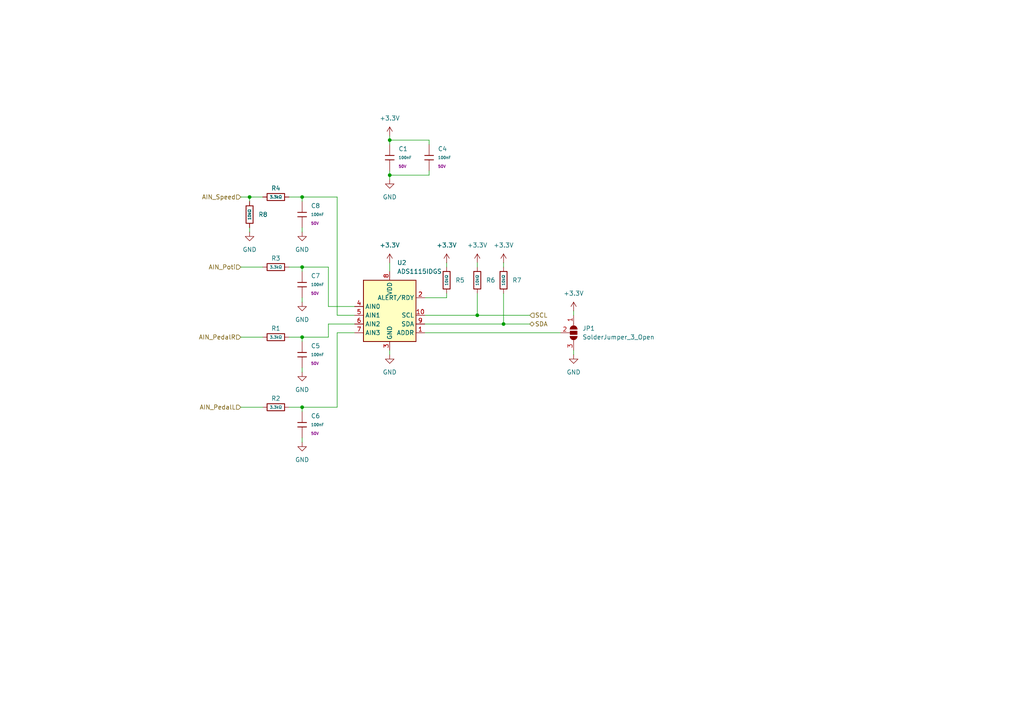
<source format=kicad_sch>
(kicad_sch
	(version 20250114)
	(generator "eeschema")
	(generator_version "9.0")
	(uuid "78c6c95e-ded8-4161-bc5d-e52ae9c1f8a9")
	(paper "A4")
	(title_block
		(title "ADC")
		(date "2025-11-02")
		(rev "0")
		(company "Solar Energy Racers")
	)
	(lib_symbols
		(symbol "Analog_ADC:ADS1115IDGS"
			(exclude_from_sim no)
			(in_bom yes)
			(on_board yes)
			(property "Reference" "U"
				(at 2.54 13.97 0)
				(effects
					(font
						(size 1.27 1.27)
					)
				)
			)
			(property "Value" "ADS1115IDGS"
				(at 7.62 11.43 0)
				(effects
					(font
						(size 1.27 1.27)
					)
				)
			)
			(property "Footprint" "Package_SO:TSSOP-10_3x3mm_P0.5mm"
				(at 0 -12.7 0)
				(effects
					(font
						(size 1.27 1.27)
					)
					(hide yes)
				)
			)
			(property "Datasheet" "http://www.ti.com/lit/ds/symlink/ads1113.pdf"
				(at -1.27 -22.86 0)
				(effects
					(font
						(size 1.27 1.27)
					)
					(hide yes)
				)
			)
			(property "Description" "Ultra-Small, Low-Power, I2C-Compatible, 860-SPS, 16-Bit ADCs With Internal Reference, Oscillator, and Programmable Comparator, VSSOP-10"
				(at 0 0 0)
				(effects
					(font
						(size 1.27 1.27)
					)
					(hide yes)
				)
			)
			(property "ki_keywords" "16 bit 4 channel I2C ADC"
				(at 0 0 0)
				(effects
					(font
						(size 1.27 1.27)
					)
					(hide yes)
				)
			)
			(property "ki_fp_filters" "TSSOP*3x3mm*P0.5mm*"
				(at 0 0 0)
				(effects
					(font
						(size 1.27 1.27)
					)
					(hide yes)
				)
			)
			(symbol "ADS1115IDGS_0_1"
				(rectangle
					(start -7.62 10.16)
					(end 7.62 -7.62)
					(stroke
						(width 0.254)
						(type default)
					)
					(fill
						(type background)
					)
				)
			)
			(symbol "ADS1115IDGS_1_1"
				(pin input line
					(at -10.16 2.54 0)
					(length 2.54)
					(name "AIN0"
						(effects
							(font
								(size 1.27 1.27)
							)
						)
					)
					(number "4"
						(effects
							(font
								(size 1.27 1.27)
							)
						)
					)
				)
				(pin input line
					(at -10.16 0 0)
					(length 2.54)
					(name "AIN1"
						(effects
							(font
								(size 1.27 1.27)
							)
						)
					)
					(number "5"
						(effects
							(font
								(size 1.27 1.27)
							)
						)
					)
				)
				(pin input line
					(at -10.16 -2.54 0)
					(length 2.54)
					(name "AIN2"
						(effects
							(font
								(size 1.27 1.27)
							)
						)
					)
					(number "6"
						(effects
							(font
								(size 1.27 1.27)
							)
						)
					)
				)
				(pin input line
					(at -10.16 -5.08 0)
					(length 2.54)
					(name "AIN3"
						(effects
							(font
								(size 1.27 1.27)
							)
						)
					)
					(number "7"
						(effects
							(font
								(size 1.27 1.27)
							)
						)
					)
				)
				(pin power_in line
					(at 0 12.7 270)
					(length 2.54)
					(name "VDD"
						(effects
							(font
								(size 1.27 1.27)
							)
						)
					)
					(number "8"
						(effects
							(font
								(size 1.27 1.27)
							)
						)
					)
				)
				(pin power_in line
					(at 0 -10.16 90)
					(length 2.54)
					(name "GND"
						(effects
							(font
								(size 1.27 1.27)
							)
						)
					)
					(number "3"
						(effects
							(font
								(size 1.27 1.27)
							)
						)
					)
				)
				(pin output line
					(at 10.16 5.08 180)
					(length 2.54)
					(name "ALERT/RDY"
						(effects
							(font
								(size 1.27 1.27)
							)
						)
					)
					(number "2"
						(effects
							(font
								(size 1.27 1.27)
							)
						)
					)
				)
				(pin input line
					(at 10.16 0 180)
					(length 2.54)
					(name "SCL"
						(effects
							(font
								(size 1.27 1.27)
							)
						)
					)
					(number "10"
						(effects
							(font
								(size 1.27 1.27)
							)
						)
					)
				)
				(pin bidirectional line
					(at 10.16 -2.54 180)
					(length 2.54)
					(name "SDA"
						(effects
							(font
								(size 1.27 1.27)
							)
						)
					)
					(number "9"
						(effects
							(font
								(size 1.27 1.27)
							)
						)
					)
				)
				(pin input line
					(at 10.16 -5.08 180)
					(length 2.54)
					(name "ADDR"
						(effects
							(font
								(size 1.27 1.27)
							)
						)
					)
					(number "1"
						(effects
							(font
								(size 1.27 1.27)
							)
						)
					)
				)
			)
			(embedded_fonts no)
		)
		(symbol "Jumper:SolderJumper_3_Open"
			(pin_names
				(offset 0)
				(hide yes)
			)
			(exclude_from_sim no)
			(in_bom no)
			(on_board yes)
			(property "Reference" "JP"
				(at -2.54 -2.54 0)
				(effects
					(font
						(size 1.27 1.27)
					)
				)
			)
			(property "Value" "SolderJumper_3_Open"
				(at 0 2.794 0)
				(effects
					(font
						(size 1.27 1.27)
					)
				)
			)
			(property "Footprint" ""
				(at 0 0 0)
				(effects
					(font
						(size 1.27 1.27)
					)
					(hide yes)
				)
			)
			(property "Datasheet" "~"
				(at 0 0 0)
				(effects
					(font
						(size 1.27 1.27)
					)
					(hide yes)
				)
			)
			(property "Description" "Solder Jumper, 3-pole, open"
				(at 0 0 0)
				(effects
					(font
						(size 1.27 1.27)
					)
					(hide yes)
				)
			)
			(property "ki_keywords" "Solder Jumper SPDT"
				(at 0 0 0)
				(effects
					(font
						(size 1.27 1.27)
					)
					(hide yes)
				)
			)
			(property "ki_fp_filters" "SolderJumper*Open*"
				(at 0 0 0)
				(effects
					(font
						(size 1.27 1.27)
					)
					(hide yes)
				)
			)
			(symbol "SolderJumper_3_Open_0_1"
				(polyline
					(pts
						(xy -2.54 0) (xy -2.032 0)
					)
					(stroke
						(width 0)
						(type default)
					)
					(fill
						(type none)
					)
				)
				(polyline
					(pts
						(xy -1.016 1.016) (xy -1.016 -1.016)
					)
					(stroke
						(width 0)
						(type default)
					)
					(fill
						(type none)
					)
				)
				(arc
					(start -1.016 -1.016)
					(mid -2.0276 0)
					(end -1.016 1.016)
					(stroke
						(width 0)
						(type default)
					)
					(fill
						(type none)
					)
				)
				(arc
					(start -1.016 -1.016)
					(mid -2.0276 0)
					(end -1.016 1.016)
					(stroke
						(width 0)
						(type default)
					)
					(fill
						(type outline)
					)
				)
				(rectangle
					(start -0.508 1.016)
					(end 0.508 -1.016)
					(stroke
						(width 0)
						(type default)
					)
					(fill
						(type outline)
					)
				)
				(polyline
					(pts
						(xy 0 -1.27) (xy 0 -1.016)
					)
					(stroke
						(width 0)
						(type default)
					)
					(fill
						(type none)
					)
				)
				(arc
					(start 1.016 1.016)
					(mid 2.0276 0)
					(end 1.016 -1.016)
					(stroke
						(width 0)
						(type default)
					)
					(fill
						(type none)
					)
				)
				(arc
					(start 1.016 1.016)
					(mid 2.0276 0)
					(end 1.016 -1.016)
					(stroke
						(width 0)
						(type default)
					)
					(fill
						(type outline)
					)
				)
				(polyline
					(pts
						(xy 1.016 1.016) (xy 1.016 -1.016)
					)
					(stroke
						(width 0)
						(type default)
					)
					(fill
						(type none)
					)
				)
				(polyline
					(pts
						(xy 2.54 0) (xy 2.032 0)
					)
					(stroke
						(width 0)
						(type default)
					)
					(fill
						(type none)
					)
				)
			)
			(symbol "SolderJumper_3_Open_1_1"
				(pin passive line
					(at -5.08 0 0)
					(length 2.54)
					(name "A"
						(effects
							(font
								(size 1.27 1.27)
							)
						)
					)
					(number "1"
						(effects
							(font
								(size 1.27 1.27)
							)
						)
					)
				)
				(pin passive line
					(at 0 -3.81 90)
					(length 2.54)
					(name "C"
						(effects
							(font
								(size 1.27 1.27)
							)
						)
					)
					(number "2"
						(effects
							(font
								(size 1.27 1.27)
							)
						)
					)
				)
				(pin passive line
					(at 5.08 0 180)
					(length 2.54)
					(name "B"
						(effects
							(font
								(size 1.27 1.27)
							)
						)
					)
					(number "3"
						(effects
							(font
								(size 1.27 1.27)
							)
						)
					)
				)
			)
			(embedded_fonts no)
		)
		(symbol "PCM_JLCPCB-Capacitors:0603,100nF"
			(pin_numbers
				(hide yes)
			)
			(pin_names
				(offset 0)
			)
			(exclude_from_sim no)
			(in_bom yes)
			(on_board yes)
			(property "Reference" "C"
				(at 2.032 1.668 0)
				(effects
					(font
						(size 1.27 1.27)
					)
					(justify left)
				)
			)
			(property "Value" "100nF"
				(at 2.032 -0.3782 0)
				(effects
					(font
						(size 0.8 0.8)
					)
					(justify left)
				)
			)
			(property "Footprint" "PCM_JLCPCB:C_0603"
				(at -1.778 0 90)
				(effects
					(font
						(size 1.27 1.27)
					)
					(hide yes)
				)
			)
			(property "Datasheet" "https://www.lcsc.com/datasheet/lcsc_datasheet_2211101700_YAGEO-CC0603KRX7R9BB104_C14663.pdf"
				(at 0 0 0)
				(effects
					(font
						(size 1.27 1.27)
					)
					(hide yes)
				)
			)
			(property "Description" "50V 100nF X7R ±10% 0603 Multilayer Ceramic Capacitors MLCC - SMD/SMT ROHS"
				(at 0 0 0)
				(effects
					(font
						(size 1.27 1.27)
					)
					(hide yes)
				)
			)
			(property "LCSC" "C14663"
				(at 0 0 0)
				(effects
					(font
						(size 1.27 1.27)
					)
					(hide yes)
				)
			)
			(property "Stock" "70324515"
				(at 0 0 0)
				(effects
					(font
						(size 1.27 1.27)
					)
					(hide yes)
				)
			)
			(property "Price" "0.006USD"
				(at 0 0 0)
				(effects
					(font
						(size 1.27 1.27)
					)
					(hide yes)
				)
			)
			(property "Process" "SMT"
				(at 0 0 0)
				(effects
					(font
						(size 1.27 1.27)
					)
					(hide yes)
				)
			)
			(property "Minimum Qty" "20"
				(at 0 0 0)
				(effects
					(font
						(size 1.27 1.27)
					)
					(hide yes)
				)
			)
			(property "Attrition Qty" "10"
				(at 0 0 0)
				(effects
					(font
						(size 1.27 1.27)
					)
					(hide yes)
				)
			)
			(property "Class" "Basic Component"
				(at 0 0 0)
				(effects
					(font
						(size 1.27 1.27)
					)
					(hide yes)
				)
			)
			(property "Category" "Capacitors,Multilayer Ceramic Capacitors MLCC - SMD/SMT"
				(at 0 0 0)
				(effects
					(font
						(size 1.27 1.27)
					)
					(hide yes)
				)
			)
			(property "Manufacturer" "YAGEO"
				(at 0 0 0)
				(effects
					(font
						(size 1.27 1.27)
					)
					(hide yes)
				)
			)
			(property "Part" "CC0603KRX7R9BB104"
				(at 0 0 0)
				(effects
					(font
						(size 1.27 1.27)
					)
					(hide yes)
				)
			)
			(property "Voltage Rated" "50V"
				(at 2.032 -2.0462 0)
				(effects
					(font
						(size 0.8 0.8)
					)
					(justify left)
				)
			)
			(property "Tolerance" "±10%"
				(at 0 0 0)
				(effects
					(font
						(size 1.27 1.27)
					)
					(hide yes)
				)
			)
			(property "Capacitance" "100nF"
				(at 0 0 0)
				(effects
					(font
						(size 1.27 1.27)
					)
					(hide yes)
				)
			)
			(property "Temperature Coefficient" "X7R"
				(at 0 0 0)
				(effects
					(font
						(size 1.27 1.27)
					)
					(hide yes)
				)
			)
			(property "ki_fp_filters" "C_*"
				(at 0 0 0)
				(effects
					(font
						(size 1.27 1.27)
					)
					(hide yes)
				)
			)
			(symbol "0603,100nF_0_1"
				(polyline
					(pts
						(xy -1.27 0.635) (xy 1.27 0.635)
					)
					(stroke
						(width 0.254)
						(type default)
					)
					(fill
						(type none)
					)
				)
				(polyline
					(pts
						(xy -1.27 -0.635) (xy 1.27 -0.635)
					)
					(stroke
						(width 0.254)
						(type default)
					)
					(fill
						(type none)
					)
				)
			)
			(symbol "0603,100nF_1_1"
				(pin passive line
					(at 0 3.81 270)
					(length 3.175)
					(name "~"
						(effects
							(font
								(size 1.27 1.27)
							)
						)
					)
					(number "1"
						(effects
							(font
								(size 1.27 1.27)
							)
						)
					)
				)
				(pin passive line
					(at 0 -3.81 90)
					(length 3.175)
					(name "~"
						(effects
							(font
								(size 1.27 1.27)
							)
						)
					)
					(number "2"
						(effects
							(font
								(size 1.27 1.27)
							)
						)
					)
				)
			)
			(embedded_fonts no)
		)
		(symbol "PCM_JLCPCB-Resistors:0603,10kΩ"
			(pin_numbers
				(hide yes)
			)
			(pin_names
				(offset 0)
			)
			(exclude_from_sim no)
			(in_bom yes)
			(on_board yes)
			(property "Reference" "R"
				(at 1.778 0 0)
				(effects
					(font
						(size 1.27 1.27)
					)
					(justify left)
				)
			)
			(property "Value" "10kΩ"
				(at 0 0 90)
				(do_not_autoplace)
				(effects
					(font
						(size 0.8 0.8)
					)
				)
			)
			(property "Footprint" "PCM_JLCPCB:R_0603"
				(at -1.778 0 90)
				(effects
					(font
						(size 1.27 1.27)
					)
					(hide yes)
				)
			)
			(property "Datasheet" "https://www.lcsc.com/datasheet/lcsc_datasheet_2206010045_UNI-ROYAL-Uniroyal-Elec-0603WAF1002T5E_C25804.pdf"
				(at 0 0 0)
				(effects
					(font
						(size 1.27 1.27)
					)
					(hide yes)
				)
			)
			(property "Description" "100mW Thick Film Resistors 75V ±100ppm/°C ±1% 10kΩ 0603 Chip Resistor - Surface Mount ROHS"
				(at 0 0 0)
				(effects
					(font
						(size 1.27 1.27)
					)
					(hide yes)
				)
			)
			(property "LCSC" "C25804"
				(at 0 0 0)
				(effects
					(font
						(size 1.27 1.27)
					)
					(hide yes)
				)
			)
			(property "Stock" "51181774"
				(at 0 0 0)
				(effects
					(font
						(size 1.27 1.27)
					)
					(hide yes)
				)
			)
			(property "Price" "0.004USD"
				(at 0 0 0)
				(effects
					(font
						(size 1.27 1.27)
					)
					(hide yes)
				)
			)
			(property "Process" "SMT"
				(at 0 0 0)
				(effects
					(font
						(size 1.27 1.27)
					)
					(hide yes)
				)
			)
			(property "Minimum Qty" "20"
				(at 0 0 0)
				(effects
					(font
						(size 1.27 1.27)
					)
					(hide yes)
				)
			)
			(property "Attrition Qty" "10"
				(at 0 0 0)
				(effects
					(font
						(size 1.27 1.27)
					)
					(hide yes)
				)
			)
			(property "Class" "Basic Component"
				(at 0 0 0)
				(effects
					(font
						(size 1.27 1.27)
					)
					(hide yes)
				)
			)
			(property "Category" "Resistors,Chip Resistor - Surface Mount"
				(at 0 0 0)
				(effects
					(font
						(size 1.27 1.27)
					)
					(hide yes)
				)
			)
			(property "Manufacturer" "UNI-ROYAL(Uniroyal Elec)"
				(at 0 0 0)
				(effects
					(font
						(size 1.27 1.27)
					)
					(hide yes)
				)
			)
			(property "Part" "0603WAF1002T5E"
				(at 0 0 0)
				(effects
					(font
						(size 1.27 1.27)
					)
					(hide yes)
				)
			)
			(property "Resistance" "10kΩ"
				(at 0 0 0)
				(effects
					(font
						(size 1.27 1.27)
					)
					(hide yes)
				)
			)
			(property "Power(Watts)" "100mW"
				(at 0 0 0)
				(effects
					(font
						(size 1.27 1.27)
					)
					(hide yes)
				)
			)
			(property "Type" "Thick Film Resistors"
				(at 0 0 0)
				(effects
					(font
						(size 1.27 1.27)
					)
					(hide yes)
				)
			)
			(property "Overload Voltage (Max)" "75V"
				(at 0 0 0)
				(effects
					(font
						(size 1.27 1.27)
					)
					(hide yes)
				)
			)
			(property "Operating Temperature Range" "-55°C~+155°C"
				(at 0 0 0)
				(effects
					(font
						(size 1.27 1.27)
					)
					(hide yes)
				)
			)
			(property "Tolerance" "±1%"
				(at 0 0 0)
				(effects
					(font
						(size 1.27 1.27)
					)
					(hide yes)
				)
			)
			(property "Temperature Coefficient" "±100ppm/°C"
				(at 0 0 0)
				(effects
					(font
						(size 1.27 1.27)
					)
					(hide yes)
				)
			)
			(property "ki_fp_filters" "R_*"
				(at 0 0 0)
				(effects
					(font
						(size 1.27 1.27)
					)
					(hide yes)
				)
			)
			(symbol "0603,10kΩ_0_1"
				(rectangle
					(start -1.016 2.54)
					(end 1.016 -2.54)
					(stroke
						(width 0.254)
						(type default)
					)
					(fill
						(type none)
					)
				)
			)
			(symbol "0603,10kΩ_1_1"
				(pin passive line
					(at 0 3.81 270)
					(length 1.27)
					(name "~"
						(effects
							(font
								(size 1.27 1.27)
							)
						)
					)
					(number "1"
						(effects
							(font
								(size 1.27 1.27)
							)
						)
					)
				)
				(pin passive line
					(at 0 -3.81 90)
					(length 1.27)
					(name "~"
						(effects
							(font
								(size 1.27 1.27)
							)
						)
					)
					(number "2"
						(effects
							(font
								(size 1.27 1.27)
							)
						)
					)
				)
			)
			(embedded_fonts no)
		)
		(symbol "PCM_JLCPCB-Resistors:0603,3.3kΩ"
			(pin_numbers
				(hide yes)
			)
			(pin_names
				(offset 0)
			)
			(exclude_from_sim no)
			(in_bom yes)
			(on_board yes)
			(property "Reference" "R"
				(at 1.778 0 0)
				(effects
					(font
						(size 1.27 1.27)
					)
					(justify left)
				)
			)
			(property "Value" "3.3kΩ"
				(at 0 0 90)
				(do_not_autoplace)
				(effects
					(font
						(size 0.8 0.8)
					)
				)
			)
			(property "Footprint" "PCM_JLCPCB:R_0603"
				(at -1.778 0 90)
				(effects
					(font
						(size 1.27 1.27)
					)
					(hide yes)
				)
			)
			(property "Datasheet" "https://www.lcsc.com/datasheet/lcsc_datasheet_2206010116_UNI-ROYAL-Uniroyal-Elec-0603WAF3301T5E_C22978.pdf"
				(at 0 0 0)
				(effects
					(font
						(size 1.27 1.27)
					)
					(hide yes)
				)
			)
			(property "Description" "100mW Thick Film Resistors 75V ±100ppm/°C ±1% 3.3kΩ 0603 Chip Resistor - Surface Mount ROHS"
				(at 0 0 0)
				(effects
					(font
						(size 1.27 1.27)
					)
					(hide yes)
				)
			)
			(property "LCSC" "C22978"
				(at 0 0 0)
				(effects
					(font
						(size 1.27 1.27)
					)
					(hide yes)
				)
			)
			(property "Stock" "2152628"
				(at 0 0 0)
				(effects
					(font
						(size 1.27 1.27)
					)
					(hide yes)
				)
			)
			(property "Price" "0.004USD"
				(at 0 0 0)
				(effects
					(font
						(size 1.27 1.27)
					)
					(hide yes)
				)
			)
			(property "Process" "SMT"
				(at 0 0 0)
				(effects
					(font
						(size 1.27 1.27)
					)
					(hide yes)
				)
			)
			(property "Minimum Qty" "20"
				(at 0 0 0)
				(effects
					(font
						(size 1.27 1.27)
					)
					(hide yes)
				)
			)
			(property "Attrition Qty" "10"
				(at 0 0 0)
				(effects
					(font
						(size 1.27 1.27)
					)
					(hide yes)
				)
			)
			(property "Class" "Basic Component"
				(at 0 0 0)
				(effects
					(font
						(size 1.27 1.27)
					)
					(hide yes)
				)
			)
			(property "Category" "Resistors,Chip Resistor - Surface Mount"
				(at 0 0 0)
				(effects
					(font
						(size 1.27 1.27)
					)
					(hide yes)
				)
			)
			(property "Manufacturer" "UNI-ROYAL(Uniroyal Elec)"
				(at 0 0 0)
				(effects
					(font
						(size 1.27 1.27)
					)
					(hide yes)
				)
			)
			(property "Part" "0603WAF3301T5E"
				(at 0 0 0)
				(effects
					(font
						(size 1.27 1.27)
					)
					(hide yes)
				)
			)
			(property "Resistance" "3.3kΩ"
				(at 0 0 0)
				(effects
					(font
						(size 1.27 1.27)
					)
					(hide yes)
				)
			)
			(property "Power(Watts)" "100mW"
				(at 0 0 0)
				(effects
					(font
						(size 1.27 1.27)
					)
					(hide yes)
				)
			)
			(property "Type" "Thick Film Resistors"
				(at 0 0 0)
				(effects
					(font
						(size 1.27 1.27)
					)
					(hide yes)
				)
			)
			(property "Overload Voltage (Max)" "75V"
				(at 0 0 0)
				(effects
					(font
						(size 1.27 1.27)
					)
					(hide yes)
				)
			)
			(property "Operating Temperature Range" "-55°C~+155°C"
				(at 0 0 0)
				(effects
					(font
						(size 1.27 1.27)
					)
					(hide yes)
				)
			)
			(property "Tolerance" "±1%"
				(at 0 0 0)
				(effects
					(font
						(size 1.27 1.27)
					)
					(hide yes)
				)
			)
			(property "Temperature Coefficient" "±100ppm/°C"
				(at 0 0 0)
				(effects
					(font
						(size 1.27 1.27)
					)
					(hide yes)
				)
			)
			(property "ki_fp_filters" "R_*"
				(at 0 0 0)
				(effects
					(font
						(size 1.27 1.27)
					)
					(hide yes)
				)
			)
			(symbol "0603,3.3kΩ_0_1"
				(rectangle
					(start -1.016 2.54)
					(end 1.016 -2.54)
					(stroke
						(width 0.254)
						(type default)
					)
					(fill
						(type none)
					)
				)
			)
			(symbol "0603,3.3kΩ_1_1"
				(pin passive line
					(at 0 3.81 270)
					(length 1.27)
					(name "~"
						(effects
							(font
								(size 1.27 1.27)
							)
						)
					)
					(number "1"
						(effects
							(font
								(size 1.27 1.27)
							)
						)
					)
				)
				(pin passive line
					(at 0 -3.81 90)
					(length 1.27)
					(name "~"
						(effects
							(font
								(size 1.27 1.27)
							)
						)
					)
					(number "2"
						(effects
							(font
								(size 1.27 1.27)
							)
						)
					)
				)
			)
			(embedded_fonts no)
		)
		(symbol "power:+3.3V"
			(power)
			(pin_numbers
				(hide yes)
			)
			(pin_names
				(offset 0)
				(hide yes)
			)
			(exclude_from_sim no)
			(in_bom yes)
			(on_board yes)
			(property "Reference" "#PWR"
				(at 0 -3.81 0)
				(effects
					(font
						(size 1.27 1.27)
					)
					(hide yes)
				)
			)
			(property "Value" "+3.3V"
				(at 0 3.556 0)
				(effects
					(font
						(size 1.27 1.27)
					)
				)
			)
			(property "Footprint" ""
				(at 0 0 0)
				(effects
					(font
						(size 1.27 1.27)
					)
					(hide yes)
				)
			)
			(property "Datasheet" ""
				(at 0 0 0)
				(effects
					(font
						(size 1.27 1.27)
					)
					(hide yes)
				)
			)
			(property "Description" "Power symbol creates a global label with name \"+3.3V\""
				(at 0 0 0)
				(effects
					(font
						(size 1.27 1.27)
					)
					(hide yes)
				)
			)
			(property "ki_keywords" "global power"
				(at 0 0 0)
				(effects
					(font
						(size 1.27 1.27)
					)
					(hide yes)
				)
			)
			(symbol "+3.3V_0_1"
				(polyline
					(pts
						(xy -0.762 1.27) (xy 0 2.54)
					)
					(stroke
						(width 0)
						(type default)
					)
					(fill
						(type none)
					)
				)
				(polyline
					(pts
						(xy 0 2.54) (xy 0.762 1.27)
					)
					(stroke
						(width 0)
						(type default)
					)
					(fill
						(type none)
					)
				)
				(polyline
					(pts
						(xy 0 0) (xy 0 2.54)
					)
					(stroke
						(width 0)
						(type default)
					)
					(fill
						(type none)
					)
				)
			)
			(symbol "+3.3V_1_1"
				(pin power_in line
					(at 0 0 90)
					(length 0)
					(name "~"
						(effects
							(font
								(size 1.27 1.27)
							)
						)
					)
					(number "1"
						(effects
							(font
								(size 1.27 1.27)
							)
						)
					)
				)
			)
			(embedded_fonts no)
		)
		(symbol "power:GND"
			(power)
			(pin_numbers
				(hide yes)
			)
			(pin_names
				(offset 0)
				(hide yes)
			)
			(exclude_from_sim no)
			(in_bom yes)
			(on_board yes)
			(property "Reference" "#PWR"
				(at 0 -6.35 0)
				(effects
					(font
						(size 1.27 1.27)
					)
					(hide yes)
				)
			)
			(property "Value" "GND"
				(at 0 -3.81 0)
				(effects
					(font
						(size 1.27 1.27)
					)
				)
			)
			(property "Footprint" ""
				(at 0 0 0)
				(effects
					(font
						(size 1.27 1.27)
					)
					(hide yes)
				)
			)
			(property "Datasheet" ""
				(at 0 0 0)
				(effects
					(font
						(size 1.27 1.27)
					)
					(hide yes)
				)
			)
			(property "Description" "Power symbol creates a global label with name \"GND\" , ground"
				(at 0 0 0)
				(effects
					(font
						(size 1.27 1.27)
					)
					(hide yes)
				)
			)
			(property "ki_keywords" "global power"
				(at 0 0 0)
				(effects
					(font
						(size 1.27 1.27)
					)
					(hide yes)
				)
			)
			(symbol "GND_0_1"
				(polyline
					(pts
						(xy 0 0) (xy 0 -1.27) (xy 1.27 -1.27) (xy 0 -2.54) (xy -1.27 -1.27) (xy 0 -1.27)
					)
					(stroke
						(width 0)
						(type default)
					)
					(fill
						(type none)
					)
				)
			)
			(symbol "GND_1_1"
				(pin power_in line
					(at 0 0 270)
					(length 0)
					(name "~"
						(effects
							(font
								(size 1.27 1.27)
							)
						)
					)
					(number "1"
						(effects
							(font
								(size 1.27 1.27)
							)
						)
					)
				)
			)
			(embedded_fonts no)
		)
	)
	(junction
		(at 87.63 77.47)
		(diameter 0)
		(color 0 0 0 0)
		(uuid "20112ca0-9c6c-4111-8587-894e3613400b")
	)
	(junction
		(at 87.63 97.79)
		(diameter 0)
		(color 0 0 0 0)
		(uuid "22db3b8f-783a-4b8b-9548-99a12a3fce0f")
	)
	(junction
		(at 113.03 50.8)
		(diameter 0)
		(color 0 0 0 0)
		(uuid "3d1fa61d-50b1-458e-97a2-65bdf9474968")
	)
	(junction
		(at 87.63 57.15)
		(diameter 0)
		(color 0 0 0 0)
		(uuid "4f6e0551-4a8c-479c-be44-f4639a400ed2")
	)
	(junction
		(at 113.03 40.64)
		(diameter 0)
		(color 0 0 0 0)
		(uuid "5582f182-8364-48c1-a350-d3975acbb98e")
	)
	(junction
		(at 146.05 93.98)
		(diameter 0)
		(color 0 0 0 0)
		(uuid "79670969-6133-4b60-a82a-c686d812f986")
	)
	(junction
		(at 87.63 118.11)
		(diameter 0)
		(color 0 0 0 0)
		(uuid "ab61bdbf-0d98-4def-a3b5-7b7a0607cf9f")
	)
	(junction
		(at 138.43 91.44)
		(diameter 0)
		(color 0 0 0 0)
		(uuid "d466b4e5-435b-4e50-a424-7903ed3b3a35")
	)
	(junction
		(at 72.39 57.15)
		(diameter 0)
		(color 0 0 0 0)
		(uuid "eba28433-b4e9-414b-ad8c-8edac89728b7")
	)
	(wire
		(pts
			(xy 113.03 39.37) (xy 113.03 40.64)
		)
		(stroke
			(width 0)
			(type default)
		)
		(uuid "03de508e-43fa-4514-9c03-56f4df41ea5c")
	)
	(wire
		(pts
			(xy 102.87 93.98) (xy 95.25 93.98)
		)
		(stroke
			(width 0)
			(type default)
		)
		(uuid "0bd5e31e-cafc-43aa-86e0-b0ed2d719c4a")
	)
	(wire
		(pts
			(xy 69.85 118.11) (xy 76.2 118.11)
		)
		(stroke
			(width 0)
			(type default)
		)
		(uuid "0c2c9d4c-090c-4639-9404-acbe1c88e57e")
	)
	(wire
		(pts
			(xy 138.43 91.44) (xy 153.67 91.44)
		)
		(stroke
			(width 0)
			(type default)
		)
		(uuid "0ca61b94-802f-457d-8836-1ee92552fe46")
	)
	(wire
		(pts
			(xy 124.46 49.53) (xy 124.46 50.8)
		)
		(stroke
			(width 0)
			(type default)
		)
		(uuid "0eae9598-30b5-447f-b137-6f948a8ce2d5")
	)
	(wire
		(pts
			(xy 123.19 96.52) (xy 162.56 96.52)
		)
		(stroke
			(width 0)
			(type default)
		)
		(uuid "13134288-175b-421e-84fc-c84ebcc2134f")
	)
	(wire
		(pts
			(xy 113.03 102.87) (xy 113.03 101.6)
		)
		(stroke
			(width 0)
			(type default)
		)
		(uuid "13ae8841-9cde-47b0-9c41-398c77027e11")
	)
	(wire
		(pts
			(xy 69.85 57.15) (xy 72.39 57.15)
		)
		(stroke
			(width 0)
			(type default)
		)
		(uuid "171de569-e211-44b8-a4ef-cfd4222a44b3")
	)
	(wire
		(pts
			(xy 95.25 93.98) (xy 95.25 97.79)
		)
		(stroke
			(width 0)
			(type default)
		)
		(uuid "1e58bf43-4a60-49b3-807c-f2305afe9bd4")
	)
	(wire
		(pts
			(xy 166.37 102.87) (xy 166.37 101.6)
		)
		(stroke
			(width 0)
			(type default)
		)
		(uuid "22dc2594-4951-4a0e-a3d9-0176773f10c5")
	)
	(wire
		(pts
			(xy 87.63 118.11) (xy 83.82 118.11)
		)
		(stroke
			(width 0)
			(type default)
		)
		(uuid "24c824f5-d4f9-4331-ad58-1d9dfd539f22")
	)
	(wire
		(pts
			(xy 113.03 52.07) (xy 113.03 50.8)
		)
		(stroke
			(width 0)
			(type default)
		)
		(uuid "2f8ca22c-35ea-4cec-abdf-9bbf11ee6315")
	)
	(wire
		(pts
			(xy 72.39 57.15) (xy 76.2 57.15)
		)
		(stroke
			(width 0)
			(type default)
		)
		(uuid "312e11e6-1beb-4867-bc0c-c76ba3de0ffa")
	)
	(wire
		(pts
			(xy 138.43 76.2) (xy 138.43 77.47)
		)
		(stroke
			(width 0)
			(type default)
		)
		(uuid "394d8d4a-c139-4b24-87f1-83f16f022354")
	)
	(wire
		(pts
			(xy 87.63 119.38) (xy 87.63 118.11)
		)
		(stroke
			(width 0)
			(type default)
		)
		(uuid "39b23691-ea90-48ad-bc5a-9532abd3489b")
	)
	(wire
		(pts
			(xy 146.05 93.98) (xy 146.05 85.09)
		)
		(stroke
			(width 0)
			(type default)
		)
		(uuid "42abacc4-3658-485b-af73-68a6f44ac435")
	)
	(wire
		(pts
			(xy 166.37 90.17) (xy 166.37 91.44)
		)
		(stroke
			(width 0)
			(type default)
		)
		(uuid "4802aa76-8689-4364-953d-74660476a280")
	)
	(wire
		(pts
			(xy 95.25 88.9) (xy 95.25 77.47)
		)
		(stroke
			(width 0)
			(type default)
		)
		(uuid "4ae01553-1f53-498d-bd3c-81fb3f5fe0dd")
	)
	(wire
		(pts
			(xy 69.85 97.79) (xy 76.2 97.79)
		)
		(stroke
			(width 0)
			(type default)
		)
		(uuid "4c6c16a5-e846-43a8-816e-dfdac509a906")
	)
	(wire
		(pts
			(xy 129.54 76.2) (xy 129.54 77.47)
		)
		(stroke
			(width 0)
			(type default)
		)
		(uuid "4f668dbb-e10e-4b6f-b73c-387b2084f7c8")
	)
	(wire
		(pts
			(xy 87.63 128.27) (xy 87.63 127)
		)
		(stroke
			(width 0)
			(type default)
		)
		(uuid "53a7f864-a3e9-437d-967a-9d16a43cf1c4")
	)
	(wire
		(pts
			(xy 87.63 107.95) (xy 87.63 106.68)
		)
		(stroke
			(width 0)
			(type default)
		)
		(uuid "5a13afe9-2b66-4582-9f6a-1fd898eb97b4")
	)
	(wire
		(pts
			(xy 87.63 78.74) (xy 87.63 77.47)
		)
		(stroke
			(width 0)
			(type default)
		)
		(uuid "6a393c44-e62c-4f06-b0f9-1e38d63a0289")
	)
	(wire
		(pts
			(xy 95.25 88.9) (xy 102.87 88.9)
		)
		(stroke
			(width 0)
			(type default)
		)
		(uuid "6f98bee0-9e3b-4bdd-b18b-01b5a8db183f")
	)
	(wire
		(pts
			(xy 113.03 76.2) (xy 113.03 78.74)
		)
		(stroke
			(width 0)
			(type default)
		)
		(uuid "783b161b-8a63-4c5d-b36e-c6de10fb8222")
	)
	(wire
		(pts
			(xy 97.79 91.44) (xy 102.87 91.44)
		)
		(stroke
			(width 0)
			(type default)
		)
		(uuid "80f4a938-bb92-4c02-a1d4-68b366f79b52")
	)
	(wire
		(pts
			(xy 87.63 58.42) (xy 87.63 57.15)
		)
		(stroke
			(width 0)
			(type default)
		)
		(uuid "85f6e853-f8a8-405a-afe8-86828e29df54")
	)
	(wire
		(pts
			(xy 72.39 57.15) (xy 72.39 58.42)
		)
		(stroke
			(width 0)
			(type default)
		)
		(uuid "8630e623-4be9-415c-8c25-5a85a826d609")
	)
	(wire
		(pts
			(xy 113.03 50.8) (xy 124.46 50.8)
		)
		(stroke
			(width 0)
			(type default)
		)
		(uuid "8ddca6b9-0184-45de-943b-bcb54c114206")
	)
	(wire
		(pts
			(xy 129.54 86.36) (xy 123.19 86.36)
		)
		(stroke
			(width 0)
			(type default)
		)
		(uuid "9076f8c9-001a-4870-865b-3de1b8b39c54")
	)
	(wire
		(pts
			(xy 113.03 40.64) (xy 124.46 40.64)
		)
		(stroke
			(width 0)
			(type default)
		)
		(uuid "91e5f80e-abdf-4b03-94a3-9a41fc586b71")
	)
	(wire
		(pts
			(xy 113.03 40.64) (xy 113.03 41.91)
		)
		(stroke
			(width 0)
			(type default)
		)
		(uuid "96fc4934-385b-45d1-be87-539d5b4e96e7")
	)
	(wire
		(pts
			(xy 87.63 67.31) (xy 87.63 66.04)
		)
		(stroke
			(width 0)
			(type default)
		)
		(uuid "9d4b2f88-e823-4f26-b641-6c58702ed814")
	)
	(wire
		(pts
			(xy 97.79 118.11) (xy 87.63 118.11)
		)
		(stroke
			(width 0)
			(type default)
		)
		(uuid "9eec1a6e-25e3-4c2e-9d99-519711466a71")
	)
	(wire
		(pts
			(xy 124.46 41.91) (xy 124.46 40.64)
		)
		(stroke
			(width 0)
			(type default)
		)
		(uuid "a0c8db38-9973-4bcf-aba0-88a6a38ce9c4")
	)
	(wire
		(pts
			(xy 95.25 77.47) (xy 87.63 77.47)
		)
		(stroke
			(width 0)
			(type default)
		)
		(uuid "a234ba5a-5c1f-48c8-a36a-3feb0f61714c")
	)
	(wire
		(pts
			(xy 146.05 76.2) (xy 146.05 77.47)
		)
		(stroke
			(width 0)
			(type default)
		)
		(uuid "a931807a-b60f-44c7-b203-e698d2905e31")
	)
	(wire
		(pts
			(xy 123.19 93.98) (xy 146.05 93.98)
		)
		(stroke
			(width 0)
			(type default)
		)
		(uuid "acc8c456-c33d-40f6-bf8e-4220a3ae8720")
	)
	(wire
		(pts
			(xy 102.87 96.52) (xy 97.79 96.52)
		)
		(stroke
			(width 0)
			(type default)
		)
		(uuid "ade828ec-f3ee-469f-b163-ffe530951168")
	)
	(wire
		(pts
			(xy 95.25 97.79) (xy 87.63 97.79)
		)
		(stroke
			(width 0)
			(type default)
		)
		(uuid "af8e3aab-3474-4a02-a218-5abe7480ca70")
	)
	(wire
		(pts
			(xy 138.43 91.44) (xy 123.19 91.44)
		)
		(stroke
			(width 0)
			(type default)
		)
		(uuid "b131b75a-37d3-4268-8dc0-6496873244e7")
	)
	(wire
		(pts
			(xy 97.79 57.15) (xy 87.63 57.15)
		)
		(stroke
			(width 0)
			(type default)
		)
		(uuid "b36c7dec-55d5-4f1c-8a09-2d3d6be46f07")
	)
	(wire
		(pts
			(xy 87.63 77.47) (xy 83.82 77.47)
		)
		(stroke
			(width 0)
			(type default)
		)
		(uuid "b78d415a-57bd-43ca-b18b-aa72c0e38e94")
	)
	(wire
		(pts
			(xy 87.63 87.63) (xy 87.63 86.36)
		)
		(stroke
			(width 0)
			(type default)
		)
		(uuid "b98061df-9bfa-49f8-8063-8f17d39b329d")
	)
	(wire
		(pts
			(xy 146.05 93.98) (xy 153.67 93.98)
		)
		(stroke
			(width 0)
			(type default)
		)
		(uuid "c6a39e19-9170-488e-90d9-9d48bde1068c")
	)
	(wire
		(pts
			(xy 69.85 77.47) (xy 76.2 77.47)
		)
		(stroke
			(width 0)
			(type default)
		)
		(uuid "ceeb12a5-6f9c-436a-aae5-fe43b79c8af2")
	)
	(wire
		(pts
			(xy 87.63 57.15) (xy 83.82 57.15)
		)
		(stroke
			(width 0)
			(type default)
		)
		(uuid "cfb64c86-6ea4-4640-86dd-d24db59eee2b")
	)
	(wire
		(pts
			(xy 113.03 50.8) (xy 113.03 49.53)
		)
		(stroke
			(width 0)
			(type default)
		)
		(uuid "d1a9a257-574b-45d0-b113-b50d79bb5b9c")
	)
	(wire
		(pts
			(xy 138.43 85.09) (xy 138.43 91.44)
		)
		(stroke
			(width 0)
			(type default)
		)
		(uuid "d4ce7f09-8449-4993-bd13-3cd156562e7a")
	)
	(wire
		(pts
			(xy 129.54 85.09) (xy 129.54 86.36)
		)
		(stroke
			(width 0)
			(type default)
		)
		(uuid "d6c61e2d-9bbf-48f3-8663-1583441aaf42")
	)
	(wire
		(pts
			(xy 97.79 57.15) (xy 97.79 91.44)
		)
		(stroke
			(width 0)
			(type default)
		)
		(uuid "d745f36c-884a-4889-9af3-bc28b86b7319")
	)
	(wire
		(pts
			(xy 97.79 96.52) (xy 97.79 118.11)
		)
		(stroke
			(width 0)
			(type default)
		)
		(uuid "e0f5aef1-b0bb-474b-96ea-585c476f72dc")
	)
	(wire
		(pts
			(xy 87.63 97.79) (xy 83.82 97.79)
		)
		(stroke
			(width 0)
			(type default)
		)
		(uuid "f7dbcb1b-ca71-41bb-8a37-2c499b3f4157")
	)
	(wire
		(pts
			(xy 72.39 67.31) (xy 72.39 66.04)
		)
		(stroke
			(width 0)
			(type default)
		)
		(uuid "fabd2ab3-2756-4161-86f6-1a96ab1e0255")
	)
	(wire
		(pts
			(xy 87.63 99.06) (xy 87.63 97.79)
		)
		(stroke
			(width 0)
			(type default)
		)
		(uuid "fc123bc5-7d66-439b-81e6-9b5a09c41ba3")
	)
	(hierarchical_label "AIN_Poti"
		(shape input)
		(at 69.85 77.47 180)
		(effects
			(font
				(size 1.27 1.27)
			)
			(justify right)
		)
		(uuid "57f2c5ed-9b44-4c73-8b51-1234db5a644f")
	)
	(hierarchical_label "SDA"
		(shape bidirectional)
		(at 153.67 93.98 0)
		(effects
			(font
				(size 1.27 1.27)
			)
			(justify left)
		)
		(uuid "896f0bc2-9b97-40f5-ba9f-722d51c7349e")
	)
	(hierarchical_label "AIN_PedalL"
		(shape input)
		(at 69.85 118.11 180)
		(effects
			(font
				(size 1.27 1.27)
			)
			(justify right)
		)
		(uuid "cd8fbbf5-600f-4f8f-9dab-10c8d8413403")
	)
	(hierarchical_label "AIN_Speed"
		(shape input)
		(at 69.85 57.15 180)
		(effects
			(font
				(size 1.27 1.27)
			)
			(justify right)
		)
		(uuid "e8c8b449-ad1b-4d62-8194-3fd1bf6cf7ee")
	)
	(hierarchical_label "SCL"
		(shape input)
		(at 153.67 91.44 0)
		(effects
			(font
				(size 1.27 1.27)
			)
			(justify left)
		)
		(uuid "f44150b2-5bde-4d3d-90d8-18f9a175e109")
	)
	(hierarchical_label "AIN_PedalR"
		(shape input)
		(at 69.85 97.79 180)
		(effects
			(font
				(size 1.27 1.27)
			)
			(justify right)
		)
		(uuid "f5a4d736-7e2d-4401-bd22-5e7a1857d647")
	)
	(symbol
		(lib_id "PCM_JLCPCB-Resistors:0603,3.3kΩ")
		(at 80.01 57.15 90)
		(unit 1)
		(exclude_from_sim no)
		(in_bom yes)
		(on_board yes)
		(dnp no)
		(uuid "01d39290-bc4e-4fc0-9ec9-b699411308b1")
		(property "Reference" "R4"
			(at 80.01 54.61 90)
			(effects
				(font
					(size 1.27 1.27)
				)
			)
		)
		(property "Value" "3.3kΩ"
			(at 80.01 57.15 90)
			(do_not_autoplace yes)
			(effects
				(font
					(size 0.8 0.8)
				)
			)
		)
		(property "Footprint" "PCM_JLCPCB:R_0603"
			(at 80.01 58.928 90)
			(effects
				(font
					(size 1.27 1.27)
				)
				(hide yes)
			)
		)
		(property "Datasheet" "https://www.lcsc.com/datasheet/lcsc_datasheet_2206010116_UNI-ROYAL-Uniroyal-Elec-0603WAF3301T5E_C22978.pdf"
			(at 80.01 57.15 0)
			(effects
				(font
					(size 1.27 1.27)
				)
				(hide yes)
			)
		)
		(property "Description" "100mW Thick Film Resistors 75V ±100ppm/°C ±1% 3.3kΩ 0603 Chip Resistor - Surface Mount ROHS"
			(at 80.01 57.15 0)
			(effects
				(font
					(size 1.27 1.27)
				)
				(hide yes)
			)
		)
		(property "LCSC" "C22978"
			(at 80.01 57.15 0)
			(effects
				(font
					(size 1.27 1.27)
				)
				(hide yes)
			)
		)
		(property "Stock" "2152628"
			(at 80.01 57.15 0)
			(effects
				(font
					(size 1.27 1.27)
				)
				(hide yes)
			)
		)
		(property "Price" "0.004USD"
			(at 80.01 57.15 0)
			(effects
				(font
					(size 1.27 1.27)
				)
				(hide yes)
			)
		)
		(property "Process" "SMT"
			(at 80.01 57.15 0)
			(effects
				(font
					(size 1.27 1.27)
				)
				(hide yes)
			)
		)
		(property "Minimum Qty" "20"
			(at 80.01 57.15 0)
			(effects
				(font
					(size 1.27 1.27)
				)
				(hide yes)
			)
		)
		(property "Attrition Qty" "10"
			(at 80.01 57.15 0)
			(effects
				(font
					(size 1.27 1.27)
				)
				(hide yes)
			)
		)
		(property "Class" "Basic Component"
			(at 80.01 57.15 0)
			(effects
				(font
					(size 1.27 1.27)
				)
				(hide yes)
			)
		)
		(property "Category" "Resistors,Chip Resistor - Surface Mount"
			(at 80.01 57.15 0)
			(effects
				(font
					(size 1.27 1.27)
				)
				(hide yes)
			)
		)
		(property "Manufacturer" "UNI-ROYAL(Uniroyal Elec)"
			(at 80.01 57.15 0)
			(effects
				(font
					(size 1.27 1.27)
				)
				(hide yes)
			)
		)
		(property "Part" "0603WAF3301T5E"
			(at 80.01 57.15 0)
			(effects
				(font
					(size 1.27 1.27)
				)
				(hide yes)
			)
		)
		(property "Resistance" "3.3kΩ"
			(at 80.01 57.15 0)
			(effects
				(font
					(size 1.27 1.27)
				)
				(hide yes)
			)
		)
		(property "Power(Watts)" "100mW"
			(at 80.01 57.15 0)
			(effects
				(font
					(size 1.27 1.27)
				)
				(hide yes)
			)
		)
		(property "Type" "Thick Film Resistors"
			(at 80.01 57.15 0)
			(effects
				(font
					(size 1.27 1.27)
				)
				(hide yes)
			)
		)
		(property "Overload Voltage (Max)" "75V"
			(at 80.01 57.15 0)
			(effects
				(font
					(size 1.27 1.27)
				)
				(hide yes)
			)
		)
		(property "Operating Temperature Range" "-55°C~+155°C"
			(at 80.01 57.15 0)
			(effects
				(font
					(size 1.27 1.27)
				)
				(hide yes)
			)
		)
		(property "Tolerance" "±1%"
			(at 80.01 57.15 0)
			(effects
				(font
					(size 1.27 1.27)
				)
				(hide yes)
			)
		)
		(property "Temperature Coefficient" "±100ppm/°C"
			(at 80.01 57.15 0)
			(effects
				(font
					(size 1.27 1.27)
				)
				(hide yes)
			)
		)
		(pin "1"
			(uuid "43e12462-6cbe-4da3-97dd-0602a479a280")
		)
		(pin "2"
			(uuid "a3c9bfc3-2f1d-402c-8d68-3605adbcc760")
		)
		(instances
			(project "DriveController"
				(path "/ea108ab4-4341-4ce5-9e9f-23df8de995fe/08191d1a-eb67-450e-b4d9-a9f76ba941ac"
					(reference "R4")
					(unit 1)
				)
			)
		)
	)
	(symbol
		(lib_id "power:+3.3V")
		(at 129.54 76.2 0)
		(unit 1)
		(exclude_from_sim no)
		(in_bom yes)
		(on_board yes)
		(dnp no)
		(fields_autoplaced yes)
		(uuid "0a5dbc54-285e-492b-858b-2d8017b49b26")
		(property "Reference" "#PWR07"
			(at 129.54 80.01 0)
			(effects
				(font
					(size 1.27 1.27)
				)
				(hide yes)
			)
		)
		(property "Value" "+3.3V"
			(at 129.54 71.12 0)
			(effects
				(font
					(size 1.27 1.27)
				)
			)
		)
		(property "Footprint" ""
			(at 129.54 76.2 0)
			(effects
				(font
					(size 1.27 1.27)
				)
				(hide yes)
			)
		)
		(property "Datasheet" ""
			(at 129.54 76.2 0)
			(effects
				(font
					(size 1.27 1.27)
				)
				(hide yes)
			)
		)
		(property "Description" "Power symbol creates a global label with name \"+3.3V\""
			(at 129.54 76.2 0)
			(effects
				(font
					(size 1.27 1.27)
				)
				(hide yes)
			)
		)
		(pin "1"
			(uuid "02dac0c2-3e29-4432-adbe-d726f89c7e33")
		)
		(instances
			(project "DriveController"
				(path "/ea108ab4-4341-4ce5-9e9f-23df8de995fe/08191d1a-eb67-450e-b4d9-a9f76ba941ac"
					(reference "#PWR07")
					(unit 1)
				)
			)
		)
	)
	(symbol
		(lib_id "power:+3.3V")
		(at 166.37 90.17 0)
		(unit 1)
		(exclude_from_sim no)
		(in_bom yes)
		(on_board yes)
		(dnp no)
		(fields_autoplaced yes)
		(uuid "236acb5a-99e1-41ea-8259-ca1fa4158dc2")
		(property "Reference" "#PWR011"
			(at 166.37 93.98 0)
			(effects
				(font
					(size 1.27 1.27)
				)
				(hide yes)
			)
		)
		(property "Value" "+3.3V"
			(at 166.37 85.09 0)
			(effects
				(font
					(size 1.27 1.27)
				)
			)
		)
		(property "Footprint" ""
			(at 166.37 90.17 0)
			(effects
				(font
					(size 1.27 1.27)
				)
				(hide yes)
			)
		)
		(property "Datasheet" ""
			(at 166.37 90.17 0)
			(effects
				(font
					(size 1.27 1.27)
				)
				(hide yes)
			)
		)
		(property "Description" "Power symbol creates a global label with name \"+3.3V\""
			(at 166.37 90.17 0)
			(effects
				(font
					(size 1.27 1.27)
				)
				(hide yes)
			)
		)
		(pin "1"
			(uuid "55457992-baf8-48e5-8494-747ab162d753")
		)
		(instances
			(project "DriveController"
				(path "/ea108ab4-4341-4ce5-9e9f-23df8de995fe/08191d1a-eb67-450e-b4d9-a9f76ba941ac"
					(reference "#PWR011")
					(unit 1)
				)
			)
		)
	)
	(symbol
		(lib_id "PCM_JLCPCB-Capacitors:0603,100nF")
		(at 87.63 82.55 0)
		(unit 1)
		(exclude_from_sim no)
		(in_bom yes)
		(on_board yes)
		(dnp no)
		(fields_autoplaced yes)
		(uuid "2a835150-87a5-416c-a0a4-4bf1adc3fef5")
		(property "Reference" "C7"
			(at 90.17 80.0099 0)
			(effects
				(font
					(size 1.27 1.27)
				)
				(justify left)
			)
		)
		(property "Value" "100nF"
			(at 90.17 82.55 0)
			(effects
				(font
					(size 0.8 0.8)
				)
				(justify left)
			)
		)
		(property "Footprint" "PCM_JLCPCB:C_0603"
			(at 85.852 82.55 90)
			(effects
				(font
					(size 1.27 1.27)
				)
				(hide yes)
			)
		)
		(property "Datasheet" "https://www.lcsc.com/datasheet/lcsc_datasheet_2211101700_YAGEO-CC0603KRX7R9BB104_C14663.pdf"
			(at 87.63 82.55 0)
			(effects
				(font
					(size 1.27 1.27)
				)
				(hide yes)
			)
		)
		(property "Description" "50V 100nF X7R ±10% 0603 Multilayer Ceramic Capacitors MLCC - SMD/SMT ROHS"
			(at 87.63 82.55 0)
			(effects
				(font
					(size 1.27 1.27)
				)
				(hide yes)
			)
		)
		(property "LCSC" "C14663"
			(at 87.63 82.55 0)
			(effects
				(font
					(size 1.27 1.27)
				)
				(hide yes)
			)
		)
		(property "Stock" "70324515"
			(at 87.63 82.55 0)
			(effects
				(font
					(size 1.27 1.27)
				)
				(hide yes)
			)
		)
		(property "Price" "0.006USD"
			(at 87.63 82.55 0)
			(effects
				(font
					(size 1.27 1.27)
				)
				(hide yes)
			)
		)
		(property "Process" "SMT"
			(at 87.63 82.55 0)
			(effects
				(font
					(size 1.27 1.27)
				)
				(hide yes)
			)
		)
		(property "Minimum Qty" "20"
			(at 87.63 82.55 0)
			(effects
				(font
					(size 1.27 1.27)
				)
				(hide yes)
			)
		)
		(property "Attrition Qty" "10"
			(at 87.63 82.55 0)
			(effects
				(font
					(size 1.27 1.27)
				)
				(hide yes)
			)
		)
		(property "Class" "Basic Component"
			(at 87.63 82.55 0)
			(effects
				(font
					(size 1.27 1.27)
				)
				(hide yes)
			)
		)
		(property "Category" "Capacitors,Multilayer Ceramic Capacitors MLCC - SMD/SMT"
			(at 87.63 82.55 0)
			(effects
				(font
					(size 1.27 1.27)
				)
				(hide yes)
			)
		)
		(property "Manufacturer" "YAGEO"
			(at 87.63 82.55 0)
			(effects
				(font
					(size 1.27 1.27)
				)
				(hide yes)
			)
		)
		(property "Part" "CC0603KRX7R9BB104"
			(at 87.63 82.55 0)
			(effects
				(font
					(size 1.27 1.27)
				)
				(hide yes)
			)
		)
		(property "Voltage Rated" "50V"
			(at 90.17 85.09 0)
			(effects
				(font
					(size 0.8 0.8)
				)
				(justify left)
			)
		)
		(property "Tolerance" "±10%"
			(at 87.63 82.55 0)
			(effects
				(font
					(size 1.27 1.27)
				)
				(hide yes)
			)
		)
		(property "Capacitance" "100nF"
			(at 87.63 82.55 0)
			(effects
				(font
					(size 1.27 1.27)
				)
				(hide yes)
			)
		)
		(property "Temperature Coefficient" "X7R"
			(at 87.63 82.55 0)
			(effects
				(font
					(size 1.27 1.27)
				)
				(hide yes)
			)
		)
		(pin "1"
			(uuid "3a6a7c69-986c-41d8-a0b3-ff764b6484ca")
		)
		(pin "2"
			(uuid "02a7ef1b-2c18-4329-b5e8-8f7c63d1557c")
		)
		(instances
			(project "DriveController"
				(path "/ea108ab4-4341-4ce5-9e9f-23df8de995fe/08191d1a-eb67-450e-b4d9-a9f76ba941ac"
					(reference "C7")
					(unit 1)
				)
			)
		)
	)
	(symbol
		(lib_id "Jumper:SolderJumper_3_Open")
		(at 166.37 96.52 270)
		(unit 1)
		(exclude_from_sim no)
		(in_bom no)
		(on_board yes)
		(dnp no)
		(fields_autoplaced yes)
		(uuid "30a9ba1e-5e87-45f9-97fc-fcbd0831cccf")
		(property "Reference" "JP1"
			(at 168.91 95.2499 90)
			(effects
				(font
					(size 1.27 1.27)
				)
				(justify left)
			)
		)
		(property "Value" "SolderJumper_3_Open"
			(at 168.91 97.7899 90)
			(effects
				(font
					(size 1.27 1.27)
				)
				(justify left)
			)
		)
		(property "Footprint" "Jumper:SolderJumper-3_P1.3mm_Open_Pad1.0x1.5mm_NumberLabels"
			(at 166.37 96.52 0)
			(effects
				(font
					(size 1.27 1.27)
				)
				(hide yes)
			)
		)
		(property "Datasheet" "~"
			(at 166.37 96.52 0)
			(effects
				(font
					(size 1.27 1.27)
				)
				(hide yes)
			)
		)
		(property "Description" "Solder Jumper, 3-pole, open"
			(at 166.37 96.52 0)
			(effects
				(font
					(size 1.27 1.27)
				)
				(hide yes)
			)
		)
		(pin "3"
			(uuid "f685a7b8-ac2f-4dac-bb7a-98a48b0669b8")
		)
		(pin "2"
			(uuid "2f55c0e6-948e-4f0f-b1f3-c046efa34a70")
		)
		(pin "1"
			(uuid "92e22986-84ff-44df-8bf6-db403f4f80fa")
		)
		(instances
			(project ""
				(path "/ea108ab4-4341-4ce5-9e9f-23df8de995fe/08191d1a-eb67-450e-b4d9-a9f76ba941ac"
					(reference "JP1")
					(unit 1)
				)
			)
		)
	)
	(symbol
		(lib_id "PCM_JLCPCB-Resistors:0603,10kΩ")
		(at 72.39 62.23 0)
		(unit 1)
		(exclude_from_sim no)
		(in_bom yes)
		(on_board yes)
		(dnp no)
		(fields_autoplaced yes)
		(uuid "3f62bc80-6ea7-4712-a2a4-eae4fa1c4bcb")
		(property "Reference" "R8"
			(at 74.93 62.2299 0)
			(effects
				(font
					(size 1.27 1.27)
				)
				(justify left)
			)
		)
		(property "Value" "10kΩ"
			(at 72.39 62.23 90)
			(do_not_autoplace yes)
			(effects
				(font
					(size 0.8 0.8)
				)
			)
		)
		(property "Footprint" "PCM_JLCPCB:R_0603"
			(at 70.612 62.23 90)
			(effects
				(font
					(size 1.27 1.27)
				)
				(hide yes)
			)
		)
		(property "Datasheet" "https://www.lcsc.com/datasheet/lcsc_datasheet_2206010045_UNI-ROYAL-Uniroyal-Elec-0603WAF1002T5E_C25804.pdf"
			(at 72.39 62.23 0)
			(effects
				(font
					(size 1.27 1.27)
				)
				(hide yes)
			)
		)
		(property "Description" "100mW Thick Film Resistors 75V ±100ppm/°C ±1% 10kΩ 0603 Chip Resistor - Surface Mount ROHS"
			(at 72.39 62.23 0)
			(effects
				(font
					(size 1.27 1.27)
				)
				(hide yes)
			)
		)
		(property "LCSC" "C25804"
			(at 72.39 62.23 0)
			(effects
				(font
					(size 1.27 1.27)
				)
				(hide yes)
			)
		)
		(property "Stock" "51181774"
			(at 72.39 62.23 0)
			(effects
				(font
					(size 1.27 1.27)
				)
				(hide yes)
			)
		)
		(property "Price" "0.004USD"
			(at 72.39 62.23 0)
			(effects
				(font
					(size 1.27 1.27)
				)
				(hide yes)
			)
		)
		(property "Process" "SMT"
			(at 72.39 62.23 0)
			(effects
				(font
					(size 1.27 1.27)
				)
				(hide yes)
			)
		)
		(property "Minimum Qty" "20"
			(at 72.39 62.23 0)
			(effects
				(font
					(size 1.27 1.27)
				)
				(hide yes)
			)
		)
		(property "Attrition Qty" "10"
			(at 72.39 62.23 0)
			(effects
				(font
					(size 1.27 1.27)
				)
				(hide yes)
			)
		)
		(property "Class" "Basic Component"
			(at 72.39 62.23 0)
			(effects
				(font
					(size 1.27 1.27)
				)
				(hide yes)
			)
		)
		(property "Category" "Resistors,Chip Resistor - Surface Mount"
			(at 72.39 62.23 0)
			(effects
				(font
					(size 1.27 1.27)
				)
				(hide yes)
			)
		)
		(property "Manufacturer" "UNI-ROYAL(Uniroyal Elec)"
			(at 72.39 62.23 0)
			(effects
				(font
					(size 1.27 1.27)
				)
				(hide yes)
			)
		)
		(property "Part" "0603WAF1002T5E"
			(at 72.39 62.23 0)
			(effects
				(font
					(size 1.27 1.27)
				)
				(hide yes)
			)
		)
		(property "Resistance" "10kΩ"
			(at 72.39 62.23 0)
			(effects
				(font
					(size 1.27 1.27)
				)
				(hide yes)
			)
		)
		(property "Power(Watts)" "100mW"
			(at 72.39 62.23 0)
			(effects
				(font
					(size 1.27 1.27)
				)
				(hide yes)
			)
		)
		(property "Type" "Thick Film Resistors"
			(at 72.39 62.23 0)
			(effects
				(font
					(size 1.27 1.27)
				)
				(hide yes)
			)
		)
		(property "Overload Voltage (Max)" "75V"
			(at 72.39 62.23 0)
			(effects
				(font
					(size 1.27 1.27)
				)
				(hide yes)
			)
		)
		(property "Operating Temperature Range" "-55°C~+155°C"
			(at 72.39 62.23 0)
			(effects
				(font
					(size 1.27 1.27)
				)
				(hide yes)
			)
		)
		(property "Tolerance" "±1%"
			(at 72.39 62.23 0)
			(effects
				(font
					(size 1.27 1.27)
				)
				(hide yes)
			)
		)
		(property "Temperature Coefficient" "±100ppm/°C"
			(at 72.39 62.23 0)
			(effects
				(font
					(size 1.27 1.27)
				)
				(hide yes)
			)
		)
		(pin "2"
			(uuid "f89985ae-d69b-4652-8431-bb0826fa1532")
		)
		(pin "1"
			(uuid "09bdfd75-ef54-4cde-b35e-a8df53bed0d1")
		)
		(instances
			(project "DriveController"
				(path "/ea108ab4-4341-4ce5-9e9f-23df8de995fe/08191d1a-eb67-450e-b4d9-a9f76ba941ac"
					(reference "R8")
					(unit 1)
				)
			)
		)
	)
	(symbol
		(lib_id "PCM_JLCPCB-Capacitors:0603,100nF")
		(at 124.46 45.72 0)
		(unit 1)
		(exclude_from_sim no)
		(in_bom yes)
		(on_board yes)
		(dnp no)
		(fields_autoplaced yes)
		(uuid "486d4a0b-3c41-462e-9a31-9179c43f2f11")
		(property "Reference" "C4"
			(at 127 43.1799 0)
			(effects
				(font
					(size 1.27 1.27)
				)
				(justify left)
			)
		)
		(property "Value" "100nF"
			(at 127 45.72 0)
			(effects
				(font
					(size 0.8 0.8)
				)
				(justify left)
			)
		)
		(property "Footprint" "PCM_JLCPCB:C_0603"
			(at 122.682 45.72 90)
			(effects
				(font
					(size 1.27 1.27)
				)
				(hide yes)
			)
		)
		(property "Datasheet" "https://www.lcsc.com/datasheet/lcsc_datasheet_2211101700_YAGEO-CC0603KRX7R9BB104_C14663.pdf"
			(at 124.46 45.72 0)
			(effects
				(font
					(size 1.27 1.27)
				)
				(hide yes)
			)
		)
		(property "Description" "50V 100nF X7R ±10% 0603 Multilayer Ceramic Capacitors MLCC - SMD/SMT ROHS"
			(at 124.46 45.72 0)
			(effects
				(font
					(size 1.27 1.27)
				)
				(hide yes)
			)
		)
		(property "LCSC" "C14663"
			(at 124.46 45.72 0)
			(effects
				(font
					(size 1.27 1.27)
				)
				(hide yes)
			)
		)
		(property "Stock" "70324515"
			(at 124.46 45.72 0)
			(effects
				(font
					(size 1.27 1.27)
				)
				(hide yes)
			)
		)
		(property "Price" "0.006USD"
			(at 124.46 45.72 0)
			(effects
				(font
					(size 1.27 1.27)
				)
				(hide yes)
			)
		)
		(property "Process" "SMT"
			(at 124.46 45.72 0)
			(effects
				(font
					(size 1.27 1.27)
				)
				(hide yes)
			)
		)
		(property "Minimum Qty" "20"
			(at 124.46 45.72 0)
			(effects
				(font
					(size 1.27 1.27)
				)
				(hide yes)
			)
		)
		(property "Attrition Qty" "10"
			(at 124.46 45.72 0)
			(effects
				(font
					(size 1.27 1.27)
				)
				(hide yes)
			)
		)
		(property "Class" "Basic Component"
			(at 124.46 45.72 0)
			(effects
				(font
					(size 1.27 1.27)
				)
				(hide yes)
			)
		)
		(property "Category" "Capacitors,Multilayer Ceramic Capacitors MLCC - SMD/SMT"
			(at 124.46 45.72 0)
			(effects
				(font
					(size 1.27 1.27)
				)
				(hide yes)
			)
		)
		(property "Manufacturer" "YAGEO"
			(at 124.46 45.72 0)
			(effects
				(font
					(size 1.27 1.27)
				)
				(hide yes)
			)
		)
		(property "Part" "CC0603KRX7R9BB104"
			(at 124.46 45.72 0)
			(effects
				(font
					(size 1.27 1.27)
				)
				(hide yes)
			)
		)
		(property "Voltage Rated" "50V"
			(at 127 48.26 0)
			(effects
				(font
					(size 0.8 0.8)
				)
				(justify left)
			)
		)
		(property "Tolerance" "±10%"
			(at 124.46 45.72 0)
			(effects
				(font
					(size 1.27 1.27)
				)
				(hide yes)
			)
		)
		(property "Capacitance" "100nF"
			(at 124.46 45.72 0)
			(effects
				(font
					(size 1.27 1.27)
				)
				(hide yes)
			)
		)
		(property "Temperature Coefficient" "X7R"
			(at 124.46 45.72 0)
			(effects
				(font
					(size 1.27 1.27)
				)
				(hide yes)
			)
		)
		(pin "1"
			(uuid "bf0406c1-45ad-4117-8ff3-1d5fece74b15")
		)
		(pin "2"
			(uuid "f6897246-83dd-4b21-b6b3-f5ade527934c")
		)
		(instances
			(project "DriveController"
				(path "/ea108ab4-4341-4ce5-9e9f-23df8de995fe/08191d1a-eb67-450e-b4d9-a9f76ba941ac"
					(reference "C4")
					(unit 1)
				)
			)
		)
	)
	(symbol
		(lib_id "PCM_JLCPCB-Resistors:0603,3.3kΩ")
		(at 80.01 118.11 90)
		(unit 1)
		(exclude_from_sim no)
		(in_bom yes)
		(on_board yes)
		(dnp no)
		(uuid "50ba30d0-3ae3-47fe-96c3-f526c764ec55")
		(property "Reference" "R2"
			(at 80.01 115.57 90)
			(effects
				(font
					(size 1.27 1.27)
				)
			)
		)
		(property "Value" "3.3kΩ"
			(at 80.01 118.11 90)
			(do_not_autoplace yes)
			(effects
				(font
					(size 0.8 0.8)
				)
			)
		)
		(property "Footprint" "PCM_JLCPCB:R_0603"
			(at 80.01 119.888 90)
			(effects
				(font
					(size 1.27 1.27)
				)
				(hide yes)
			)
		)
		(property "Datasheet" "https://www.lcsc.com/datasheet/lcsc_datasheet_2206010116_UNI-ROYAL-Uniroyal-Elec-0603WAF3301T5E_C22978.pdf"
			(at 80.01 118.11 0)
			(effects
				(font
					(size 1.27 1.27)
				)
				(hide yes)
			)
		)
		(property "Description" "100mW Thick Film Resistors 75V ±100ppm/°C ±1% 3.3kΩ 0603 Chip Resistor - Surface Mount ROHS"
			(at 80.01 118.11 0)
			(effects
				(font
					(size 1.27 1.27)
				)
				(hide yes)
			)
		)
		(property "LCSC" "C22978"
			(at 80.01 118.11 0)
			(effects
				(font
					(size 1.27 1.27)
				)
				(hide yes)
			)
		)
		(property "Stock" "2152628"
			(at 80.01 118.11 0)
			(effects
				(font
					(size 1.27 1.27)
				)
				(hide yes)
			)
		)
		(property "Price" "0.004USD"
			(at 80.01 118.11 0)
			(effects
				(font
					(size 1.27 1.27)
				)
				(hide yes)
			)
		)
		(property "Process" "SMT"
			(at 80.01 118.11 0)
			(effects
				(font
					(size 1.27 1.27)
				)
				(hide yes)
			)
		)
		(property "Minimum Qty" "20"
			(at 80.01 118.11 0)
			(effects
				(font
					(size 1.27 1.27)
				)
				(hide yes)
			)
		)
		(property "Attrition Qty" "10"
			(at 80.01 118.11 0)
			(effects
				(font
					(size 1.27 1.27)
				)
				(hide yes)
			)
		)
		(property "Class" "Basic Component"
			(at 80.01 118.11 0)
			(effects
				(font
					(size 1.27 1.27)
				)
				(hide yes)
			)
		)
		(property "Category" "Resistors,Chip Resistor - Surface Mount"
			(at 80.01 118.11 0)
			(effects
				(font
					(size 1.27 1.27)
				)
				(hide yes)
			)
		)
		(property "Manufacturer" "UNI-ROYAL(Uniroyal Elec)"
			(at 80.01 118.11 0)
			(effects
				(font
					(size 1.27 1.27)
				)
				(hide yes)
			)
		)
		(property "Part" "0603WAF3301T5E"
			(at 80.01 118.11 0)
			(effects
				(font
					(size 1.27 1.27)
				)
				(hide yes)
			)
		)
		(property "Resistance" "3.3kΩ"
			(at 80.01 118.11 0)
			(effects
				(font
					(size 1.27 1.27)
				)
				(hide yes)
			)
		)
		(property "Power(Watts)" "100mW"
			(at 80.01 118.11 0)
			(effects
				(font
					(size 1.27 1.27)
				)
				(hide yes)
			)
		)
		(property "Type" "Thick Film Resistors"
			(at 80.01 118.11 0)
			(effects
				(font
					(size 1.27 1.27)
				)
				(hide yes)
			)
		)
		(property "Overload Voltage (Max)" "75V"
			(at 80.01 118.11 0)
			(effects
				(font
					(size 1.27 1.27)
				)
				(hide yes)
			)
		)
		(property "Operating Temperature Range" "-55°C~+155°C"
			(at 80.01 118.11 0)
			(effects
				(font
					(size 1.27 1.27)
				)
				(hide yes)
			)
		)
		(property "Tolerance" "±1%"
			(at 80.01 118.11 0)
			(effects
				(font
					(size 1.27 1.27)
				)
				(hide yes)
			)
		)
		(property "Temperature Coefficient" "±100ppm/°C"
			(at 80.01 118.11 0)
			(effects
				(font
					(size 1.27 1.27)
				)
				(hide yes)
			)
		)
		(pin "1"
			(uuid "bab39f70-849e-4dc5-b1e1-a7fe1839c300")
		)
		(pin "2"
			(uuid "aa89d927-3914-4ef7-818e-4608ca7b19ee")
		)
		(instances
			(project "DriveController"
				(path "/ea108ab4-4341-4ce5-9e9f-23df8de995fe/08191d1a-eb67-450e-b4d9-a9f76ba941ac"
					(reference "R2")
					(unit 1)
				)
			)
		)
	)
	(symbol
		(lib_id "power:GND")
		(at 72.39 67.31 0)
		(unit 1)
		(exclude_from_sim no)
		(in_bom yes)
		(on_board yes)
		(dnp no)
		(fields_autoplaced yes)
		(uuid "56066fbc-0e49-4e7e-9f05-72541856a8c0")
		(property "Reference" "#PWR015"
			(at 72.39 73.66 0)
			(effects
				(font
					(size 1.27 1.27)
				)
				(hide yes)
			)
		)
		(property "Value" "GND"
			(at 72.39 72.39 0)
			(effects
				(font
					(size 1.27 1.27)
				)
			)
		)
		(property "Footprint" ""
			(at 72.39 67.31 0)
			(effects
				(font
					(size 1.27 1.27)
				)
				(hide yes)
			)
		)
		(property "Datasheet" ""
			(at 72.39 67.31 0)
			(effects
				(font
					(size 1.27 1.27)
				)
				(hide yes)
			)
		)
		(property "Description" "Power symbol creates a global label with name \"GND\" , ground"
			(at 72.39 67.31 0)
			(effects
				(font
					(size 1.27 1.27)
				)
				(hide yes)
			)
		)
		(pin "1"
			(uuid "ebd5e0b4-0750-4708-a5c7-8a1759480153")
		)
		(instances
			(project "DriveController"
				(path "/ea108ab4-4341-4ce5-9e9f-23df8de995fe/08191d1a-eb67-450e-b4d9-a9f76ba941ac"
					(reference "#PWR015")
					(unit 1)
				)
			)
		)
	)
	(symbol
		(lib_id "power:+3.3V")
		(at 113.03 39.37 0)
		(unit 1)
		(exclude_from_sim no)
		(in_bom yes)
		(on_board yes)
		(dnp no)
		(fields_autoplaced yes)
		(uuid "57869d66-6b4c-45a6-b1a3-a12cc20e2739")
		(property "Reference" "#PWR02"
			(at 113.03 43.18 0)
			(effects
				(font
					(size 1.27 1.27)
				)
				(hide yes)
			)
		)
		(property "Value" "+3.3V"
			(at 113.03 34.29 0)
			(effects
				(font
					(size 1.27 1.27)
				)
			)
		)
		(property "Footprint" ""
			(at 113.03 39.37 0)
			(effects
				(font
					(size 1.27 1.27)
				)
				(hide yes)
			)
		)
		(property "Datasheet" ""
			(at 113.03 39.37 0)
			(effects
				(font
					(size 1.27 1.27)
				)
				(hide yes)
			)
		)
		(property "Description" "Power symbol creates a global label with name \"+3.3V\""
			(at 113.03 39.37 0)
			(effects
				(font
					(size 1.27 1.27)
				)
				(hide yes)
			)
		)
		(pin "1"
			(uuid "7f5209fc-ed46-4761-bba8-8d6629f4c54e")
		)
		(instances
			(project "DriveController"
				(path "/ea108ab4-4341-4ce5-9e9f-23df8de995fe/08191d1a-eb67-450e-b4d9-a9f76ba941ac"
					(reference "#PWR02")
					(unit 1)
				)
			)
		)
	)
	(symbol
		(lib_id "power:GND")
		(at 113.03 102.87 0)
		(unit 1)
		(exclude_from_sim no)
		(in_bom yes)
		(on_board yes)
		(dnp no)
		(fields_autoplaced yes)
		(uuid "5fcba9f4-0826-4f60-b20f-4faa0e8aa166")
		(property "Reference" "#PWR06"
			(at 113.03 109.22 0)
			(effects
				(font
					(size 1.27 1.27)
				)
				(hide yes)
			)
		)
		(property "Value" "GND"
			(at 113.03 107.95 0)
			(effects
				(font
					(size 1.27 1.27)
				)
			)
		)
		(property "Footprint" ""
			(at 113.03 102.87 0)
			(effects
				(font
					(size 1.27 1.27)
				)
				(hide yes)
			)
		)
		(property "Datasheet" ""
			(at 113.03 102.87 0)
			(effects
				(font
					(size 1.27 1.27)
				)
				(hide yes)
			)
		)
		(property "Description" "Power symbol creates a global label with name \"GND\" , ground"
			(at 113.03 102.87 0)
			(effects
				(font
					(size 1.27 1.27)
				)
				(hide yes)
			)
		)
		(pin "1"
			(uuid "6fd50b62-a642-443a-87ad-87554468a41c")
		)
		(instances
			(project "DriveController"
				(path "/ea108ab4-4341-4ce5-9e9f-23df8de995fe/08191d1a-eb67-450e-b4d9-a9f76ba941ac"
					(reference "#PWR06")
					(unit 1)
				)
			)
		)
	)
	(symbol
		(lib_id "power:GND")
		(at 87.63 107.95 0)
		(unit 1)
		(exclude_from_sim no)
		(in_bom yes)
		(on_board yes)
		(dnp no)
		(fields_autoplaced yes)
		(uuid "64aa9b9f-374e-4dc4-816d-be39e3f4f225")
		(property "Reference" "#PWR04"
			(at 87.63 114.3 0)
			(effects
				(font
					(size 1.27 1.27)
				)
				(hide yes)
			)
		)
		(property "Value" "GND"
			(at 87.63 113.03 0)
			(effects
				(font
					(size 1.27 1.27)
				)
			)
		)
		(property "Footprint" ""
			(at 87.63 107.95 0)
			(effects
				(font
					(size 1.27 1.27)
				)
				(hide yes)
			)
		)
		(property "Datasheet" ""
			(at 87.63 107.95 0)
			(effects
				(font
					(size 1.27 1.27)
				)
				(hide yes)
			)
		)
		(property "Description" "Power symbol creates a global label with name \"GND\" , ground"
			(at 87.63 107.95 0)
			(effects
				(font
					(size 1.27 1.27)
				)
				(hide yes)
			)
		)
		(pin "1"
			(uuid "de7db34c-62b6-46b2-842b-6d2a7b5b784e")
		)
		(instances
			(project ""
				(path "/ea108ab4-4341-4ce5-9e9f-23df8de995fe/08191d1a-eb67-450e-b4d9-a9f76ba941ac"
					(reference "#PWR04")
					(unit 1)
				)
			)
		)
	)
	(symbol
		(lib_id "PCM_JLCPCB-Capacitors:0603,100nF")
		(at 113.03 45.72 0)
		(unit 1)
		(exclude_from_sim no)
		(in_bom yes)
		(on_board yes)
		(dnp no)
		(fields_autoplaced yes)
		(uuid "763e61c3-8631-4b46-a8b0-4040161b02c5")
		(property "Reference" "C1"
			(at 115.57 43.1799 0)
			(effects
				(font
					(size 1.27 1.27)
				)
				(justify left)
			)
		)
		(property "Value" "100nF"
			(at 115.57 45.72 0)
			(effects
				(font
					(size 0.8 0.8)
				)
				(justify left)
			)
		)
		(property "Footprint" "PCM_JLCPCB:C_0603"
			(at 111.252 45.72 90)
			(effects
				(font
					(size 1.27 1.27)
				)
				(hide yes)
			)
		)
		(property "Datasheet" "https://www.lcsc.com/datasheet/lcsc_datasheet_2211101700_YAGEO-CC0603KRX7R9BB104_C14663.pdf"
			(at 113.03 45.72 0)
			(effects
				(font
					(size 1.27 1.27)
				)
				(hide yes)
			)
		)
		(property "Description" "50V 100nF X7R ±10% 0603 Multilayer Ceramic Capacitors MLCC - SMD/SMT ROHS"
			(at 113.03 45.72 0)
			(effects
				(font
					(size 1.27 1.27)
				)
				(hide yes)
			)
		)
		(property "LCSC" "C14663"
			(at 113.03 45.72 0)
			(effects
				(font
					(size 1.27 1.27)
				)
				(hide yes)
			)
		)
		(property "Stock" "70324515"
			(at 113.03 45.72 0)
			(effects
				(font
					(size 1.27 1.27)
				)
				(hide yes)
			)
		)
		(property "Price" "0.006USD"
			(at 113.03 45.72 0)
			(effects
				(font
					(size 1.27 1.27)
				)
				(hide yes)
			)
		)
		(property "Process" "SMT"
			(at 113.03 45.72 0)
			(effects
				(font
					(size 1.27 1.27)
				)
				(hide yes)
			)
		)
		(property "Minimum Qty" "20"
			(at 113.03 45.72 0)
			(effects
				(font
					(size 1.27 1.27)
				)
				(hide yes)
			)
		)
		(property "Attrition Qty" "10"
			(at 113.03 45.72 0)
			(effects
				(font
					(size 1.27 1.27)
				)
				(hide yes)
			)
		)
		(property "Class" "Basic Component"
			(at 113.03 45.72 0)
			(effects
				(font
					(size 1.27 1.27)
				)
				(hide yes)
			)
		)
		(property "Category" "Capacitors,Multilayer Ceramic Capacitors MLCC - SMD/SMT"
			(at 113.03 45.72 0)
			(effects
				(font
					(size 1.27 1.27)
				)
				(hide yes)
			)
		)
		(property "Manufacturer" "YAGEO"
			(at 113.03 45.72 0)
			(effects
				(font
					(size 1.27 1.27)
				)
				(hide yes)
			)
		)
		(property "Part" "CC0603KRX7R9BB104"
			(at 113.03 45.72 0)
			(effects
				(font
					(size 1.27 1.27)
				)
				(hide yes)
			)
		)
		(property "Voltage Rated" "50V"
			(at 115.57 48.26 0)
			(effects
				(font
					(size 0.8 0.8)
				)
				(justify left)
			)
		)
		(property "Tolerance" "±10%"
			(at 113.03 45.72 0)
			(effects
				(font
					(size 1.27 1.27)
				)
				(hide yes)
			)
		)
		(property "Capacitance" "100nF"
			(at 113.03 45.72 0)
			(effects
				(font
					(size 1.27 1.27)
				)
				(hide yes)
			)
		)
		(property "Temperature Coefficient" "X7R"
			(at 113.03 45.72 0)
			(effects
				(font
					(size 1.27 1.27)
				)
				(hide yes)
			)
		)
		(pin "1"
			(uuid "2926247e-5172-4d74-809d-1ad1e2213c57")
		)
		(pin "2"
			(uuid "fcead51d-b67a-4a9c-93e1-234c02baa46a")
		)
		(instances
			(project "DriveController"
				(path "/ea108ab4-4341-4ce5-9e9f-23df8de995fe/08191d1a-eb67-450e-b4d9-a9f76ba941ac"
					(reference "C1")
					(unit 1)
				)
			)
		)
	)
	(symbol
		(lib_id "PCM_JLCPCB-Capacitors:0603,100nF")
		(at 87.63 62.23 0)
		(unit 1)
		(exclude_from_sim no)
		(in_bom yes)
		(on_board yes)
		(dnp no)
		(fields_autoplaced yes)
		(uuid "7c1e0a0f-4370-45ae-aa76-af7d5c4a65f0")
		(property "Reference" "C8"
			(at 90.17 59.6899 0)
			(effects
				(font
					(size 1.27 1.27)
				)
				(justify left)
			)
		)
		(property "Value" "100nF"
			(at 90.17 62.23 0)
			(effects
				(font
					(size 0.8 0.8)
				)
				(justify left)
			)
		)
		(property "Footprint" "PCM_JLCPCB:C_0603"
			(at 85.852 62.23 90)
			(effects
				(font
					(size 1.27 1.27)
				)
				(hide yes)
			)
		)
		(property "Datasheet" "https://www.lcsc.com/datasheet/lcsc_datasheet_2211101700_YAGEO-CC0603KRX7R9BB104_C14663.pdf"
			(at 87.63 62.23 0)
			(effects
				(font
					(size 1.27 1.27)
				)
				(hide yes)
			)
		)
		(property "Description" "50V 100nF X7R ±10% 0603 Multilayer Ceramic Capacitors MLCC - SMD/SMT ROHS"
			(at 87.63 62.23 0)
			(effects
				(font
					(size 1.27 1.27)
				)
				(hide yes)
			)
		)
		(property "LCSC" "C14663"
			(at 87.63 62.23 0)
			(effects
				(font
					(size 1.27 1.27)
				)
				(hide yes)
			)
		)
		(property "Stock" "70324515"
			(at 87.63 62.23 0)
			(effects
				(font
					(size 1.27 1.27)
				)
				(hide yes)
			)
		)
		(property "Price" "0.006USD"
			(at 87.63 62.23 0)
			(effects
				(font
					(size 1.27 1.27)
				)
				(hide yes)
			)
		)
		(property "Process" "SMT"
			(at 87.63 62.23 0)
			(effects
				(font
					(size 1.27 1.27)
				)
				(hide yes)
			)
		)
		(property "Minimum Qty" "20"
			(at 87.63 62.23 0)
			(effects
				(font
					(size 1.27 1.27)
				)
				(hide yes)
			)
		)
		(property "Attrition Qty" "10"
			(at 87.63 62.23 0)
			(effects
				(font
					(size 1.27 1.27)
				)
				(hide yes)
			)
		)
		(property "Class" "Basic Component"
			(at 87.63 62.23 0)
			(effects
				(font
					(size 1.27 1.27)
				)
				(hide yes)
			)
		)
		(property "Category" "Capacitors,Multilayer Ceramic Capacitors MLCC - SMD/SMT"
			(at 87.63 62.23 0)
			(effects
				(font
					(size 1.27 1.27)
				)
				(hide yes)
			)
		)
		(property "Manufacturer" "YAGEO"
			(at 87.63 62.23 0)
			(effects
				(font
					(size 1.27 1.27)
				)
				(hide yes)
			)
		)
		(property "Part" "CC0603KRX7R9BB104"
			(at 87.63 62.23 0)
			(effects
				(font
					(size 1.27 1.27)
				)
				(hide yes)
			)
		)
		(property "Voltage Rated" "50V"
			(at 90.17 64.77 0)
			(effects
				(font
					(size 0.8 0.8)
				)
				(justify left)
			)
		)
		(property "Tolerance" "±10%"
			(at 87.63 62.23 0)
			(effects
				(font
					(size 1.27 1.27)
				)
				(hide yes)
			)
		)
		(property "Capacitance" "100nF"
			(at 87.63 62.23 0)
			(effects
				(font
					(size 1.27 1.27)
				)
				(hide yes)
			)
		)
		(property "Temperature Coefficient" "X7R"
			(at 87.63 62.23 0)
			(effects
				(font
					(size 1.27 1.27)
				)
				(hide yes)
			)
		)
		(pin "1"
			(uuid "e7cf9ffa-0750-42af-9ab9-114846514522")
		)
		(pin "2"
			(uuid "dff74be2-73eb-403e-82d3-53293267e49e")
		)
		(instances
			(project "DriveController"
				(path "/ea108ab4-4341-4ce5-9e9f-23df8de995fe/08191d1a-eb67-450e-b4d9-a9f76ba941ac"
					(reference "C8")
					(unit 1)
				)
			)
		)
	)
	(symbol
		(lib_id "power:+3.3V")
		(at 138.43 76.2 0)
		(unit 1)
		(exclude_from_sim no)
		(in_bom yes)
		(on_board yes)
		(dnp no)
		(fields_autoplaced yes)
		(uuid "7dd1f0c5-85a5-408f-831a-5017b7a600a9")
		(property "Reference" "#PWR013"
			(at 138.43 80.01 0)
			(effects
				(font
					(size 1.27 1.27)
				)
				(hide yes)
			)
		)
		(property "Value" "+3.3V"
			(at 138.43 71.12 0)
			(effects
				(font
					(size 1.27 1.27)
				)
			)
		)
		(property "Footprint" ""
			(at 138.43 76.2 0)
			(effects
				(font
					(size 1.27 1.27)
				)
				(hide yes)
			)
		)
		(property "Datasheet" ""
			(at 138.43 76.2 0)
			(effects
				(font
					(size 1.27 1.27)
				)
				(hide yes)
			)
		)
		(property "Description" "Power symbol creates a global label with name \"+3.3V\""
			(at 138.43 76.2 0)
			(effects
				(font
					(size 1.27 1.27)
				)
				(hide yes)
			)
		)
		(pin "1"
			(uuid "10d18976-e712-4b01-b772-bd342e51e131")
		)
		(instances
			(project ""
				(path "/ea108ab4-4341-4ce5-9e9f-23df8de995fe/08191d1a-eb67-450e-b4d9-a9f76ba941ac"
					(reference "#PWR013")
					(unit 1)
				)
			)
		)
	)
	(symbol
		(lib_id "power:+3.3V")
		(at 146.05 76.2 0)
		(unit 1)
		(exclude_from_sim no)
		(in_bom yes)
		(on_board yes)
		(dnp no)
		(fields_autoplaced yes)
		(uuid "981e9f6f-07c8-4bc2-a083-f7025a426392")
		(property "Reference" "#PWR014"
			(at 146.05 80.01 0)
			(effects
				(font
					(size 1.27 1.27)
				)
				(hide yes)
			)
		)
		(property "Value" "+3.3V"
			(at 146.05 71.12 0)
			(effects
				(font
					(size 1.27 1.27)
				)
			)
		)
		(property "Footprint" ""
			(at 146.05 76.2 0)
			(effects
				(font
					(size 1.27 1.27)
				)
				(hide yes)
			)
		)
		(property "Datasheet" ""
			(at 146.05 76.2 0)
			(effects
				(font
					(size 1.27 1.27)
				)
				(hide yes)
			)
		)
		(property "Description" "Power symbol creates a global label with name \"+3.3V\""
			(at 146.05 76.2 0)
			(effects
				(font
					(size 1.27 1.27)
				)
				(hide yes)
			)
		)
		(pin "1"
			(uuid "10d18976-e712-4b01-b772-bd342e51e132")
		)
		(instances
			(project ""
				(path "/ea108ab4-4341-4ce5-9e9f-23df8de995fe/08191d1a-eb67-450e-b4d9-a9f76ba941ac"
					(reference "#PWR014")
					(unit 1)
				)
			)
		)
	)
	(symbol
		(lib_id "Analog_ADC:ADS1115IDGS")
		(at 113.03 91.44 0)
		(unit 1)
		(exclude_from_sim no)
		(in_bom yes)
		(on_board yes)
		(dnp no)
		(fields_autoplaced yes)
		(uuid "a107a607-df9b-4035-b085-282f425f7ae3")
		(property "Reference" "U2"
			(at 115.1733 76.2 0)
			(effects
				(font
					(size 1.27 1.27)
				)
				(justify left)
			)
		)
		(property "Value" "ADS1115IDGS"
			(at 115.1733 78.74 0)
			(effects
				(font
					(size 1.27 1.27)
				)
				(justify left)
			)
		)
		(property "Footprint" "Package_SO:TSSOP-10_3x3mm_P0.5mm"
			(at 113.03 104.14 0)
			(effects
				(font
					(size 1.27 1.27)
				)
				(hide yes)
			)
		)
		(property "Datasheet" "http://www.ti.com/lit/ds/symlink/ads1113.pdf"
			(at 111.76 114.3 0)
			(effects
				(font
					(size 1.27 1.27)
				)
				(hide yes)
			)
		)
		(property "Description" "Ultra-Small, Low-Power, I2C-Compatible, 860-SPS, 16-Bit ADCs With Internal Reference, Oscillator, and Programmable Comparator, VSSOP-10"
			(at 113.03 91.44 0)
			(effects
				(font
					(size 1.27 1.27)
				)
				(hide yes)
			)
		)
		(pin "8"
			(uuid "2303383c-63bf-4e3e-bc47-a53f926f04ee")
		)
		(pin "3"
			(uuid "91501055-b276-42bc-aad8-edff836c202b")
		)
		(pin "7"
			(uuid "8473d56b-3e5c-4a0a-af26-c1ed355f9afc")
		)
		(pin "10"
			(uuid "24a9ac2a-3cd2-4124-a4d5-e489f452150e")
		)
		(pin "1"
			(uuid "b50e40af-7485-455f-a1a9-90de550627cd")
		)
		(pin "6"
			(uuid "95ea9da4-d92d-4995-99bf-8b9477a3b2b3")
		)
		(pin "4"
			(uuid "f9d44d1f-6559-4eca-9772-e08295319b48")
		)
		(pin "9"
			(uuid "4c86223c-ae61-462a-bfce-5a704d0bc81c")
		)
		(pin "2"
			(uuid "cbb0fcd6-dc2d-4e2c-8bf8-67a7332f793b")
		)
		(pin "5"
			(uuid "8d78311c-e4cb-4d8d-80b5-b357222d58ed")
		)
		(instances
			(project ""
				(path "/ea108ab4-4341-4ce5-9e9f-23df8de995fe/08191d1a-eb67-450e-b4d9-a9f76ba941ac"
					(reference "U2")
					(unit 1)
				)
			)
		)
	)
	(symbol
		(lib_id "PCM_JLCPCB-Capacitors:0603,100nF")
		(at 87.63 123.19 0)
		(unit 1)
		(exclude_from_sim no)
		(in_bom yes)
		(on_board yes)
		(dnp no)
		(fields_autoplaced yes)
		(uuid "a5a9ef93-12a5-4806-995e-3fc94ccfa835")
		(property "Reference" "C6"
			(at 90.17 120.6499 0)
			(effects
				(font
					(size 1.27 1.27)
				)
				(justify left)
			)
		)
		(property "Value" "100nF"
			(at 90.17 123.19 0)
			(effects
				(font
					(size 0.8 0.8)
				)
				(justify left)
			)
		)
		(property "Footprint" "PCM_JLCPCB:C_0603"
			(at 85.852 123.19 90)
			(effects
				(font
					(size 1.27 1.27)
				)
				(hide yes)
			)
		)
		(property "Datasheet" "https://www.lcsc.com/datasheet/lcsc_datasheet_2211101700_YAGEO-CC0603KRX7R9BB104_C14663.pdf"
			(at 87.63 123.19 0)
			(effects
				(font
					(size 1.27 1.27)
				)
				(hide yes)
			)
		)
		(property "Description" "50V 100nF X7R ±10% 0603 Multilayer Ceramic Capacitors MLCC - SMD/SMT ROHS"
			(at 87.63 123.19 0)
			(effects
				(font
					(size 1.27 1.27)
				)
				(hide yes)
			)
		)
		(property "LCSC" "C14663"
			(at 87.63 123.19 0)
			(effects
				(font
					(size 1.27 1.27)
				)
				(hide yes)
			)
		)
		(property "Stock" "70324515"
			(at 87.63 123.19 0)
			(effects
				(font
					(size 1.27 1.27)
				)
				(hide yes)
			)
		)
		(property "Price" "0.006USD"
			(at 87.63 123.19 0)
			(effects
				(font
					(size 1.27 1.27)
				)
				(hide yes)
			)
		)
		(property "Process" "SMT"
			(at 87.63 123.19 0)
			(effects
				(font
					(size 1.27 1.27)
				)
				(hide yes)
			)
		)
		(property "Minimum Qty" "20"
			(at 87.63 123.19 0)
			(effects
				(font
					(size 1.27 1.27)
				)
				(hide yes)
			)
		)
		(property "Attrition Qty" "10"
			(at 87.63 123.19 0)
			(effects
				(font
					(size 1.27 1.27)
				)
				(hide yes)
			)
		)
		(property "Class" "Basic Component"
			(at 87.63 123.19 0)
			(effects
				(font
					(size 1.27 1.27)
				)
				(hide yes)
			)
		)
		(property "Category" "Capacitors,Multilayer Ceramic Capacitors MLCC - SMD/SMT"
			(at 87.63 123.19 0)
			(effects
				(font
					(size 1.27 1.27)
				)
				(hide yes)
			)
		)
		(property "Manufacturer" "YAGEO"
			(at 87.63 123.19 0)
			(effects
				(font
					(size 1.27 1.27)
				)
				(hide yes)
			)
		)
		(property "Part" "CC0603KRX7R9BB104"
			(at 87.63 123.19 0)
			(effects
				(font
					(size 1.27 1.27)
				)
				(hide yes)
			)
		)
		(property "Voltage Rated" "50V"
			(at 90.17 125.73 0)
			(effects
				(font
					(size 0.8 0.8)
				)
				(justify left)
			)
		)
		(property "Tolerance" "±10%"
			(at 87.63 123.19 0)
			(effects
				(font
					(size 1.27 1.27)
				)
				(hide yes)
			)
		)
		(property "Capacitance" "100nF"
			(at 87.63 123.19 0)
			(effects
				(font
					(size 1.27 1.27)
				)
				(hide yes)
			)
		)
		(property "Temperature Coefficient" "X7R"
			(at 87.63 123.19 0)
			(effects
				(font
					(size 1.27 1.27)
				)
				(hide yes)
			)
		)
		(pin "1"
			(uuid "328145ba-c6dc-4e9f-a0dd-0f56d7ef4708")
		)
		(pin "2"
			(uuid "c5948bed-afc4-4ec9-aec2-124a57acdcc3")
		)
		(instances
			(project "DriveController"
				(path "/ea108ab4-4341-4ce5-9e9f-23df8de995fe/08191d1a-eb67-450e-b4d9-a9f76ba941ac"
					(reference "C6")
					(unit 1)
				)
			)
		)
	)
	(symbol
		(lib_id "power:GND")
		(at 166.37 102.87 0)
		(unit 1)
		(exclude_from_sim no)
		(in_bom yes)
		(on_board yes)
		(dnp no)
		(fields_autoplaced yes)
		(uuid "b8a285df-f25e-4dd9-bcff-641294d131d3")
		(property "Reference" "#PWR012"
			(at 166.37 109.22 0)
			(effects
				(font
					(size 1.27 1.27)
				)
				(hide yes)
			)
		)
		(property "Value" "GND"
			(at 166.37 107.95 0)
			(effects
				(font
					(size 1.27 1.27)
				)
			)
		)
		(property "Footprint" ""
			(at 166.37 102.87 0)
			(effects
				(font
					(size 1.27 1.27)
				)
				(hide yes)
			)
		)
		(property "Datasheet" ""
			(at 166.37 102.87 0)
			(effects
				(font
					(size 1.27 1.27)
				)
				(hide yes)
			)
		)
		(property "Description" "Power symbol creates a global label with name \"GND\" , ground"
			(at 166.37 102.87 0)
			(effects
				(font
					(size 1.27 1.27)
				)
				(hide yes)
			)
		)
		(pin "1"
			(uuid "d2c53208-977f-48d6-aadd-70f1a87429b3")
		)
		(instances
			(project "DriveController"
				(path "/ea108ab4-4341-4ce5-9e9f-23df8de995fe/08191d1a-eb67-450e-b4d9-a9f76ba941ac"
					(reference "#PWR012")
					(unit 1)
				)
			)
		)
	)
	(symbol
		(lib_id "power:GND")
		(at 87.63 67.31 0)
		(unit 1)
		(exclude_from_sim no)
		(in_bom yes)
		(on_board yes)
		(dnp no)
		(fields_autoplaced yes)
		(uuid "c4ce085b-5054-408b-be93-dfb30bcbfed4")
		(property "Reference" "#PWR09"
			(at 87.63 73.66 0)
			(effects
				(font
					(size 1.27 1.27)
				)
				(hide yes)
			)
		)
		(property "Value" "GND"
			(at 87.63 72.39 0)
			(effects
				(font
					(size 1.27 1.27)
				)
			)
		)
		(property "Footprint" ""
			(at 87.63 67.31 0)
			(effects
				(font
					(size 1.27 1.27)
				)
				(hide yes)
			)
		)
		(property "Datasheet" ""
			(at 87.63 67.31 0)
			(effects
				(font
					(size 1.27 1.27)
				)
				(hide yes)
			)
		)
		(property "Description" "Power symbol creates a global label with name \"GND\" , ground"
			(at 87.63 67.31 0)
			(effects
				(font
					(size 1.27 1.27)
				)
				(hide yes)
			)
		)
		(pin "1"
			(uuid "ef15c13b-8548-40cc-b61c-122f5c937669")
		)
		(instances
			(project "DriveController"
				(path "/ea108ab4-4341-4ce5-9e9f-23df8de995fe/08191d1a-eb67-450e-b4d9-a9f76ba941ac"
					(reference "#PWR09")
					(unit 1)
				)
			)
		)
	)
	(symbol
		(lib_id "power:GND")
		(at 87.63 128.27 0)
		(unit 1)
		(exclude_from_sim no)
		(in_bom yes)
		(on_board yes)
		(dnp no)
		(fields_autoplaced yes)
		(uuid "c59f0905-af4d-41e1-8b6a-49b6ad1cad05")
		(property "Reference" "#PWR05"
			(at 87.63 134.62 0)
			(effects
				(font
					(size 1.27 1.27)
				)
				(hide yes)
			)
		)
		(property "Value" "GND"
			(at 87.63 133.35 0)
			(effects
				(font
					(size 1.27 1.27)
				)
			)
		)
		(property "Footprint" ""
			(at 87.63 128.27 0)
			(effects
				(font
					(size 1.27 1.27)
				)
				(hide yes)
			)
		)
		(property "Datasheet" ""
			(at 87.63 128.27 0)
			(effects
				(font
					(size 1.27 1.27)
				)
				(hide yes)
			)
		)
		(property "Description" "Power symbol creates a global label with name \"GND\" , ground"
			(at 87.63 128.27 0)
			(effects
				(font
					(size 1.27 1.27)
				)
				(hide yes)
			)
		)
		(pin "1"
			(uuid "b3a217ff-7360-4b0f-8fb0-d0f3c493d4e6")
		)
		(instances
			(project "DriveController"
				(path "/ea108ab4-4341-4ce5-9e9f-23df8de995fe/08191d1a-eb67-450e-b4d9-a9f76ba941ac"
					(reference "#PWR05")
					(unit 1)
				)
			)
		)
	)
	(symbol
		(lib_id "PCM_JLCPCB-Capacitors:0603,100nF")
		(at 87.63 102.87 0)
		(unit 1)
		(exclude_from_sim no)
		(in_bom yes)
		(on_board yes)
		(dnp no)
		(fields_autoplaced yes)
		(uuid "c9cf3472-0e12-4e24-bb25-60e797eedee8")
		(property "Reference" "C5"
			(at 90.17 100.3299 0)
			(effects
				(font
					(size 1.27 1.27)
				)
				(justify left)
			)
		)
		(property "Value" "100nF"
			(at 90.17 102.87 0)
			(effects
				(font
					(size 0.8 0.8)
				)
				(justify left)
			)
		)
		(property "Footprint" "PCM_JLCPCB:C_0603"
			(at 85.852 102.87 90)
			(effects
				(font
					(size 1.27 1.27)
				)
				(hide yes)
			)
		)
		(property "Datasheet" "https://www.lcsc.com/datasheet/lcsc_datasheet_2211101700_YAGEO-CC0603KRX7R9BB104_C14663.pdf"
			(at 87.63 102.87 0)
			(effects
				(font
					(size 1.27 1.27)
				)
				(hide yes)
			)
		)
		(property "Description" "50V 100nF X7R ±10% 0603 Multilayer Ceramic Capacitors MLCC - SMD/SMT ROHS"
			(at 87.63 102.87 0)
			(effects
				(font
					(size 1.27 1.27)
				)
				(hide yes)
			)
		)
		(property "LCSC" "C14663"
			(at 87.63 102.87 0)
			(effects
				(font
					(size 1.27 1.27)
				)
				(hide yes)
			)
		)
		(property "Stock" "70324515"
			(at 87.63 102.87 0)
			(effects
				(font
					(size 1.27 1.27)
				)
				(hide yes)
			)
		)
		(property "Price" "0.006USD"
			(at 87.63 102.87 0)
			(effects
				(font
					(size 1.27 1.27)
				)
				(hide yes)
			)
		)
		(property "Process" "SMT"
			(at 87.63 102.87 0)
			(effects
				(font
					(size 1.27 1.27)
				)
				(hide yes)
			)
		)
		(property "Minimum Qty" "20"
			(at 87.63 102.87 0)
			(effects
				(font
					(size 1.27 1.27)
				)
				(hide yes)
			)
		)
		(property "Attrition Qty" "10"
			(at 87.63 102.87 0)
			(effects
				(font
					(size 1.27 1.27)
				)
				(hide yes)
			)
		)
		(property "Class" "Basic Component"
			(at 87.63 102.87 0)
			(effects
				(font
					(size 1.27 1.27)
				)
				(hide yes)
			)
		)
		(property "Category" "Capacitors,Multilayer Ceramic Capacitors MLCC - SMD/SMT"
			(at 87.63 102.87 0)
			(effects
				(font
					(size 1.27 1.27)
				)
				(hide yes)
			)
		)
		(property "Manufacturer" "YAGEO"
			(at 87.63 102.87 0)
			(effects
				(font
					(size 1.27 1.27)
				)
				(hide yes)
			)
		)
		(property "Part" "CC0603KRX7R9BB104"
			(at 87.63 102.87 0)
			(effects
				(font
					(size 1.27 1.27)
				)
				(hide yes)
			)
		)
		(property "Voltage Rated" "50V"
			(at 90.17 105.41 0)
			(effects
				(font
					(size 0.8 0.8)
				)
				(justify left)
			)
		)
		(property "Tolerance" "±10%"
			(at 87.63 102.87 0)
			(effects
				(font
					(size 1.27 1.27)
				)
				(hide yes)
			)
		)
		(property "Capacitance" "100nF"
			(at 87.63 102.87 0)
			(effects
				(font
					(size 1.27 1.27)
				)
				(hide yes)
			)
		)
		(property "Temperature Coefficient" "X7R"
			(at 87.63 102.87 0)
			(effects
				(font
					(size 1.27 1.27)
				)
				(hide yes)
			)
		)
		(pin "1"
			(uuid "a7c75f2e-d088-4e24-bb30-8560324d4c54")
		)
		(pin "2"
			(uuid "8e2da45f-cf64-4ed6-b7a5-a583e07f3ab5")
		)
		(instances
			(project ""
				(path "/ea108ab4-4341-4ce5-9e9f-23df8de995fe/08191d1a-eb67-450e-b4d9-a9f76ba941ac"
					(reference "C5")
					(unit 1)
				)
			)
		)
	)
	(symbol
		(lib_id "PCM_JLCPCB-Resistors:0603,3.3kΩ")
		(at 80.01 97.79 90)
		(unit 1)
		(exclude_from_sim no)
		(in_bom yes)
		(on_board yes)
		(dnp no)
		(uuid "ce9dd31d-4b53-45d6-a5a5-10d3483fb651")
		(property "Reference" "R1"
			(at 80.01 95.25 90)
			(effects
				(font
					(size 1.27 1.27)
				)
			)
		)
		(property "Value" "3.3kΩ"
			(at 80.01 97.79 90)
			(do_not_autoplace yes)
			(effects
				(font
					(size 0.8 0.8)
				)
			)
		)
		(property "Footprint" "PCM_JLCPCB:R_0603"
			(at 80.01 99.568 90)
			(effects
				(font
					(size 1.27 1.27)
				)
				(hide yes)
			)
		)
		(property "Datasheet" "https://www.lcsc.com/datasheet/lcsc_datasheet_2206010116_UNI-ROYAL-Uniroyal-Elec-0603WAF3301T5E_C22978.pdf"
			(at 80.01 97.79 0)
			(effects
				(font
					(size 1.27 1.27)
				)
				(hide yes)
			)
		)
		(property "Description" "100mW Thick Film Resistors 75V ±100ppm/°C ±1% 3.3kΩ 0603 Chip Resistor - Surface Mount ROHS"
			(at 80.01 97.79 0)
			(effects
				(font
					(size 1.27 1.27)
				)
				(hide yes)
			)
		)
		(property "LCSC" "C22978"
			(at 80.01 97.79 0)
			(effects
				(font
					(size 1.27 1.27)
				)
				(hide yes)
			)
		)
		(property "Stock" "2152628"
			(at 80.01 97.79 0)
			(effects
				(font
					(size 1.27 1.27)
				)
				(hide yes)
			)
		)
		(property "Price" "0.004USD"
			(at 80.01 97.79 0)
			(effects
				(font
					(size 1.27 1.27)
				)
				(hide yes)
			)
		)
		(property "Process" "SMT"
			(at 80.01 97.79 0)
			(effects
				(font
					(size 1.27 1.27)
				)
				(hide yes)
			)
		)
		(property "Minimum Qty" "20"
			(at 80.01 97.79 0)
			(effects
				(font
					(size 1.27 1.27)
				)
				(hide yes)
			)
		)
		(property "Attrition Qty" "10"
			(at 80.01 97.79 0)
			(effects
				(font
					(size 1.27 1.27)
				)
				(hide yes)
			)
		)
		(property "Class" "Basic Component"
			(at 80.01 97.79 0)
			(effects
				(font
					(size 1.27 1.27)
				)
				(hide yes)
			)
		)
		(property "Category" "Resistors,Chip Resistor - Surface Mount"
			(at 80.01 97.79 0)
			(effects
				(font
					(size 1.27 1.27)
				)
				(hide yes)
			)
		)
		(property "Manufacturer" "UNI-ROYAL(Uniroyal Elec)"
			(at 80.01 97.79 0)
			(effects
				(font
					(size 1.27 1.27)
				)
				(hide yes)
			)
		)
		(property "Part" "0603WAF3301T5E"
			(at 80.01 97.79 0)
			(effects
				(font
					(size 1.27 1.27)
				)
				(hide yes)
			)
		)
		(property "Resistance" "3.3kΩ"
			(at 80.01 97.79 0)
			(effects
				(font
					(size 1.27 1.27)
				)
				(hide yes)
			)
		)
		(property "Power(Watts)" "100mW"
			(at 80.01 97.79 0)
			(effects
				(font
					(size 1.27 1.27)
				)
				(hide yes)
			)
		)
		(property "Type" "Thick Film Resistors"
			(at 80.01 97.79 0)
			(effects
				(font
					(size 1.27 1.27)
				)
				(hide yes)
			)
		)
		(property "Overload Voltage (Max)" "75V"
			(at 80.01 97.79 0)
			(effects
				(font
					(size 1.27 1.27)
				)
				(hide yes)
			)
		)
		(property "Operating Temperature Range" "-55°C~+155°C"
			(at 80.01 97.79 0)
			(effects
				(font
					(size 1.27 1.27)
				)
				(hide yes)
			)
		)
		(property "Tolerance" "±1%"
			(at 80.01 97.79 0)
			(effects
				(font
					(size 1.27 1.27)
				)
				(hide yes)
			)
		)
		(property "Temperature Coefficient" "±100ppm/°C"
			(at 80.01 97.79 0)
			(effects
				(font
					(size 1.27 1.27)
				)
				(hide yes)
			)
		)
		(pin "1"
			(uuid "5aeb6d32-18f0-4e4b-9e48-3b89971b5f1d")
		)
		(pin "2"
			(uuid "dc173593-0546-4256-b9fa-67f5e0e2fa72")
		)
		(instances
			(project ""
				(path "/ea108ab4-4341-4ce5-9e9f-23df8de995fe/08191d1a-eb67-450e-b4d9-a9f76ba941ac"
					(reference "R1")
					(unit 1)
				)
			)
		)
	)
	(symbol
		(lib_id "PCM_JLCPCB-Resistors:0603,3.3kΩ")
		(at 80.01 77.47 90)
		(unit 1)
		(exclude_from_sim no)
		(in_bom yes)
		(on_board yes)
		(dnp no)
		(uuid "d036b839-c37d-4ede-85a6-e3c3d88b7a69")
		(property "Reference" "R3"
			(at 80.01 74.93 90)
			(effects
				(font
					(size 1.27 1.27)
				)
			)
		)
		(property "Value" "3.3kΩ"
			(at 80.01 77.47 90)
			(do_not_autoplace yes)
			(effects
				(font
					(size 0.8 0.8)
				)
			)
		)
		(property "Footprint" "PCM_JLCPCB:R_0603"
			(at 80.01 79.248 90)
			(effects
				(font
					(size 1.27 1.27)
				)
				(hide yes)
			)
		)
		(property "Datasheet" "https://www.lcsc.com/datasheet/lcsc_datasheet_2206010116_UNI-ROYAL-Uniroyal-Elec-0603WAF3301T5E_C22978.pdf"
			(at 80.01 77.47 0)
			(effects
				(font
					(size 1.27 1.27)
				)
				(hide yes)
			)
		)
		(property "Description" "100mW Thick Film Resistors 75V ±100ppm/°C ±1% 3.3kΩ 0603 Chip Resistor - Surface Mount ROHS"
			(at 80.01 77.47 0)
			(effects
				(font
					(size 1.27 1.27)
				)
				(hide yes)
			)
		)
		(property "LCSC" "C22978"
			(at 80.01 77.47 0)
			(effects
				(font
					(size 1.27 1.27)
				)
				(hide yes)
			)
		)
		(property "Stock" "2152628"
			(at 80.01 77.47 0)
			(effects
				(font
					(size 1.27 1.27)
				)
				(hide yes)
			)
		)
		(property "Price" "0.004USD"
			(at 80.01 77.47 0)
			(effects
				(font
					(size 1.27 1.27)
				)
				(hide yes)
			)
		)
		(property "Process" "SMT"
			(at 80.01 77.47 0)
			(effects
				(font
					(size 1.27 1.27)
				)
				(hide yes)
			)
		)
		(property "Minimum Qty" "20"
			(at 80.01 77.47 0)
			(effects
				(font
					(size 1.27 1.27)
				)
				(hide yes)
			)
		)
		(property "Attrition Qty" "10"
			(at 80.01 77.47 0)
			(effects
				(font
					(size 1.27 1.27)
				)
				(hide yes)
			)
		)
		(property "Class" "Basic Component"
			(at 80.01 77.47 0)
			(effects
				(font
					(size 1.27 1.27)
				)
				(hide yes)
			)
		)
		(property "Category" "Resistors,Chip Resistor - Surface Mount"
			(at 80.01 77.47 0)
			(effects
				(font
					(size 1.27 1.27)
				)
				(hide yes)
			)
		)
		(property "Manufacturer" "UNI-ROYAL(Uniroyal Elec)"
			(at 80.01 77.47 0)
			(effects
				(font
					(size 1.27 1.27)
				)
				(hide yes)
			)
		)
		(property "Part" "0603WAF3301T5E"
			(at 80.01 77.47 0)
			(effects
				(font
					(size 1.27 1.27)
				)
				(hide yes)
			)
		)
		(property "Resistance" "3.3kΩ"
			(at 80.01 77.47 0)
			(effects
				(font
					(size 1.27 1.27)
				)
				(hide yes)
			)
		)
		(property "Power(Watts)" "100mW"
			(at 80.01 77.47 0)
			(effects
				(font
					(size 1.27 1.27)
				)
				(hide yes)
			)
		)
		(property "Type" "Thick Film Resistors"
			(at 80.01 77.47 0)
			(effects
				(font
					(size 1.27 1.27)
				)
				(hide yes)
			)
		)
		(property "Overload Voltage (Max)" "75V"
			(at 80.01 77.47 0)
			(effects
				(font
					(size 1.27 1.27)
				)
				(hide yes)
			)
		)
		(property "Operating Temperature Range" "-55°C~+155°C"
			(at 80.01 77.47 0)
			(effects
				(font
					(size 1.27 1.27)
				)
				(hide yes)
			)
		)
		(property "Tolerance" "±1%"
			(at 80.01 77.47 0)
			(effects
				(font
					(size 1.27 1.27)
				)
				(hide yes)
			)
		)
		(property "Temperature Coefficient" "±100ppm/°C"
			(at 80.01 77.47 0)
			(effects
				(font
					(size 1.27 1.27)
				)
				(hide yes)
			)
		)
		(pin "1"
			(uuid "2a4b5eba-5da2-4fc7-8089-a7b1dd078c94")
		)
		(pin "2"
			(uuid "9e710a25-78d0-4777-9834-11f0cef0d80d")
		)
		(instances
			(project "DriveController"
				(path "/ea108ab4-4341-4ce5-9e9f-23df8de995fe/08191d1a-eb67-450e-b4d9-a9f76ba941ac"
					(reference "R3")
					(unit 1)
				)
			)
		)
	)
	(symbol
		(lib_id "power:GND")
		(at 113.03 52.07 0)
		(unit 1)
		(exclude_from_sim no)
		(in_bom yes)
		(on_board yes)
		(dnp no)
		(fields_autoplaced yes)
		(uuid "d9617ffe-a747-4fb5-8c4e-a55b721a9e4c")
		(property "Reference" "#PWR03"
			(at 113.03 58.42 0)
			(effects
				(font
					(size 1.27 1.27)
				)
				(hide yes)
			)
		)
		(property "Value" "GND"
			(at 113.03 57.15 0)
			(effects
				(font
					(size 1.27 1.27)
				)
			)
		)
		(property "Footprint" ""
			(at 113.03 52.07 0)
			(effects
				(font
					(size 1.27 1.27)
				)
				(hide yes)
			)
		)
		(property "Datasheet" ""
			(at 113.03 52.07 0)
			(effects
				(font
					(size 1.27 1.27)
				)
				(hide yes)
			)
		)
		(property "Description" "Power symbol creates a global label with name \"GND\" , ground"
			(at 113.03 52.07 0)
			(effects
				(font
					(size 1.27 1.27)
				)
				(hide yes)
			)
		)
		(pin "1"
			(uuid "9697e2ab-e241-427c-abd4-a8995caca192")
		)
		(instances
			(project "DriveController"
				(path "/ea108ab4-4341-4ce5-9e9f-23df8de995fe/08191d1a-eb67-450e-b4d9-a9f76ba941ac"
					(reference "#PWR03")
					(unit 1)
				)
			)
		)
	)
	(symbol
		(lib_id "power:+3.3V")
		(at 113.03 76.2 0)
		(unit 1)
		(exclude_from_sim no)
		(in_bom yes)
		(on_board yes)
		(dnp no)
		(fields_autoplaced yes)
		(uuid "dab41c1a-e450-4ac5-aba1-cd93ec792dd5")
		(property "Reference" "#PWR010"
			(at 113.03 80.01 0)
			(effects
				(font
					(size 1.27 1.27)
				)
				(hide yes)
			)
		)
		(property "Value" "+3.3V"
			(at 113.03 71.12 0)
			(effects
				(font
					(size 1.27 1.27)
				)
			)
		)
		(property "Footprint" ""
			(at 113.03 76.2 0)
			(effects
				(font
					(size 1.27 1.27)
				)
				(hide yes)
			)
		)
		(property "Datasheet" ""
			(at 113.03 76.2 0)
			(effects
				(font
					(size 1.27 1.27)
				)
				(hide yes)
			)
		)
		(property "Description" "Power symbol creates a global label with name \"+3.3V\""
			(at 113.03 76.2 0)
			(effects
				(font
					(size 1.27 1.27)
				)
				(hide yes)
			)
		)
		(pin "1"
			(uuid "33aaf9f6-edd4-4a12-b2ac-bfcf81d64ddd")
		)
		(instances
			(project "DriveController"
				(path "/ea108ab4-4341-4ce5-9e9f-23df8de995fe/08191d1a-eb67-450e-b4d9-a9f76ba941ac"
					(reference "#PWR010")
					(unit 1)
				)
			)
		)
	)
	(symbol
		(lib_id "PCM_JLCPCB-Resistors:0603,10kΩ")
		(at 146.05 81.28 0)
		(unit 1)
		(exclude_from_sim no)
		(in_bom yes)
		(on_board yes)
		(dnp no)
		(fields_autoplaced yes)
		(uuid "de646c0b-8049-4800-974a-d92f5d91a081")
		(property "Reference" "R7"
			(at 148.59 81.2799 0)
			(effects
				(font
					(size 1.27 1.27)
				)
				(justify left)
			)
		)
		(property "Value" "10kΩ"
			(at 146.05 81.28 90)
			(do_not_autoplace yes)
			(effects
				(font
					(size 0.8 0.8)
				)
			)
		)
		(property "Footprint" "PCM_JLCPCB:R_0603"
			(at 144.272 81.28 90)
			(effects
				(font
					(size 1.27 1.27)
				)
				(hide yes)
			)
		)
		(property "Datasheet" "https://www.lcsc.com/datasheet/lcsc_datasheet_2206010045_UNI-ROYAL-Uniroyal-Elec-0603WAF1002T5E_C25804.pdf"
			(at 146.05 81.28 0)
			(effects
				(font
					(size 1.27 1.27)
				)
				(hide yes)
			)
		)
		(property "Description" "100mW Thick Film Resistors 75V ±100ppm/°C ±1% 10kΩ 0603 Chip Resistor - Surface Mount ROHS"
			(at 146.05 81.28 0)
			(effects
				(font
					(size 1.27 1.27)
				)
				(hide yes)
			)
		)
		(property "LCSC" "C25804"
			(at 146.05 81.28 0)
			(effects
				(font
					(size 1.27 1.27)
				)
				(hide yes)
			)
		)
		(property "Stock" "51181774"
			(at 146.05 81.28 0)
			(effects
				(font
					(size 1.27 1.27)
				)
				(hide yes)
			)
		)
		(property "Price" "0.004USD"
			(at 146.05 81.28 0)
			(effects
				(font
					(size 1.27 1.27)
				)
				(hide yes)
			)
		)
		(property "Process" "SMT"
			(at 146.05 81.28 0)
			(effects
				(font
					(size 1.27 1.27)
				)
				(hide yes)
			)
		)
		(property "Minimum Qty" "20"
			(at 146.05 81.28 0)
			(effects
				(font
					(size 1.27 1.27)
				)
				(hide yes)
			)
		)
		(property "Attrition Qty" "10"
			(at 146.05 81.28 0)
			(effects
				(font
					(size 1.27 1.27)
				)
				(hide yes)
			)
		)
		(property "Class" "Basic Component"
			(at 146.05 81.28 0)
			(effects
				(font
					(size 1.27 1.27)
				)
				(hide yes)
			)
		)
		(property "Category" "Resistors,Chip Resistor - Surface Mount"
			(at 146.05 81.28 0)
			(effects
				(font
					(size 1.27 1.27)
				)
				(hide yes)
			)
		)
		(property "Manufacturer" "UNI-ROYAL(Uniroyal Elec)"
			(at 146.05 81.28 0)
			(effects
				(font
					(size 1.27 1.27)
				)
				(hide yes)
			)
		)
		(property "Part" "0603WAF1002T5E"
			(at 146.05 81.28 0)
			(effects
				(font
					(size 1.27 1.27)
				)
				(hide yes)
			)
		)
		(property "Resistance" "10kΩ"
			(at 146.05 81.28 0)
			(effects
				(font
					(size 1.27 1.27)
				)
				(hide yes)
			)
		)
		(property "Power(Watts)" "100mW"
			(at 146.05 81.28 0)
			(effects
				(font
					(size 1.27 1.27)
				)
				(hide yes)
			)
		)
		(property "Type" "Thick Film Resistors"
			(at 146.05 81.28 0)
			(effects
				(font
					(size 1.27 1.27)
				)
				(hide yes)
			)
		)
		(property "Overload Voltage (Max)" "75V"
			(at 146.05 81.28 0)
			(effects
				(font
					(size 1.27 1.27)
				)
				(hide yes)
			)
		)
		(property "Operating Temperature Range" "-55°C~+155°C"
			(at 146.05 81.28 0)
			(effects
				(font
					(size 1.27 1.27)
				)
				(hide yes)
			)
		)
		(property "Tolerance" "±1%"
			(at 146.05 81.28 0)
			(effects
				(font
					(size 1.27 1.27)
				)
				(hide yes)
			)
		)
		(property "Temperature Coefficient" "±100ppm/°C"
			(at 146.05 81.28 0)
			(effects
				(font
					(size 1.27 1.27)
				)
				(hide yes)
			)
		)
		(pin "2"
			(uuid "82a254be-cdb5-4b82-acfb-44397aee6861")
		)
		(pin "1"
			(uuid "5b789dbd-646c-49c4-9862-4380b9703d2c")
		)
		(instances
			(project "DriveController"
				(path "/ea108ab4-4341-4ce5-9e9f-23df8de995fe/08191d1a-eb67-450e-b4d9-a9f76ba941ac"
					(reference "R7")
					(unit 1)
				)
			)
		)
	)
	(symbol
		(lib_id "PCM_JLCPCB-Resistors:0603,10kΩ")
		(at 129.54 81.28 0)
		(unit 1)
		(exclude_from_sim no)
		(in_bom yes)
		(on_board yes)
		(dnp no)
		(fields_autoplaced yes)
		(uuid "dfe03749-4e6d-432a-aeee-578bf9d797b2")
		(property "Reference" "R5"
			(at 132.08 81.2799 0)
			(effects
				(font
					(size 1.27 1.27)
				)
				(justify left)
			)
		)
		(property "Value" "10kΩ"
			(at 129.54 81.28 90)
			(do_not_autoplace yes)
			(effects
				(font
					(size 0.8 0.8)
				)
			)
		)
		(property "Footprint" "PCM_JLCPCB:R_0603"
			(at 127.762 81.28 90)
			(effects
				(font
					(size 1.27 1.27)
				)
				(hide yes)
			)
		)
		(property "Datasheet" "https://www.lcsc.com/datasheet/lcsc_datasheet_2206010045_UNI-ROYAL-Uniroyal-Elec-0603WAF1002T5E_C25804.pdf"
			(at 129.54 81.28 0)
			(effects
				(font
					(size 1.27 1.27)
				)
				(hide yes)
			)
		)
		(property "Description" "100mW Thick Film Resistors 75V ±100ppm/°C ±1% 10kΩ 0603 Chip Resistor - Surface Mount ROHS"
			(at 129.54 81.28 0)
			(effects
				(font
					(size 1.27 1.27)
				)
				(hide yes)
			)
		)
		(property "LCSC" "C25804"
			(at 129.54 81.28 0)
			(effects
				(font
					(size 1.27 1.27)
				)
				(hide yes)
			)
		)
		(property "Stock" "51181774"
			(at 129.54 81.28 0)
			(effects
				(font
					(size 1.27 1.27)
				)
				(hide yes)
			)
		)
		(property "Price" "0.004USD"
			(at 129.54 81.28 0)
			(effects
				(font
					(size 1.27 1.27)
				)
				(hide yes)
			)
		)
		(property "Process" "SMT"
			(at 129.54 81.28 0)
			(effects
				(font
					(size 1.27 1.27)
				)
				(hide yes)
			)
		)
		(property "Minimum Qty" "20"
			(at 129.54 81.28 0)
			(effects
				(font
					(size 1.27 1.27)
				)
				(hide yes)
			)
		)
		(property "Attrition Qty" "10"
			(at 129.54 81.28 0)
			(effects
				(font
					(size 1.27 1.27)
				)
				(hide yes)
			)
		)
		(property "Class" "Basic Component"
			(at 129.54 81.28 0)
			(effects
				(font
					(size 1.27 1.27)
				)
				(hide yes)
			)
		)
		(property "Category" "Resistors,Chip Resistor - Surface Mount"
			(at 129.54 81.28 0)
			(effects
				(font
					(size 1.27 1.27)
				)
				(hide yes)
			)
		)
		(property "Manufacturer" "UNI-ROYAL(Uniroyal Elec)"
			(at 129.54 81.28 0)
			(effects
				(font
					(size 1.27 1.27)
				)
				(hide yes)
			)
		)
		(property "Part" "0603WAF1002T5E"
			(at 129.54 81.28 0)
			(effects
				(font
					(size 1.27 1.27)
				)
				(hide yes)
			)
		)
		(property "Resistance" "10kΩ"
			(at 129.54 81.28 0)
			(effects
				(font
					(size 1.27 1.27)
				)
				(hide yes)
			)
		)
		(property "Power(Watts)" "100mW"
			(at 129.54 81.28 0)
			(effects
				(font
					(size 1.27 1.27)
				)
				(hide yes)
			)
		)
		(property "Type" "Thick Film Resistors"
			(at 129.54 81.28 0)
			(effects
				(font
					(size 1.27 1.27)
				)
				(hide yes)
			)
		)
		(property "Overload Voltage (Max)" "75V"
			(at 129.54 81.28 0)
			(effects
				(font
					(size 1.27 1.27)
				)
				(hide yes)
			)
		)
		(property "Operating Temperature Range" "-55°C~+155°C"
			(at 129.54 81.28 0)
			(effects
				(font
					(size 1.27 1.27)
				)
				(hide yes)
			)
		)
		(property "Tolerance" "±1%"
			(at 129.54 81.28 0)
			(effects
				(font
					(size 1.27 1.27)
				)
				(hide yes)
			)
		)
		(property "Temperature Coefficient" "±100ppm/°C"
			(at 129.54 81.28 0)
			(effects
				(font
					(size 1.27 1.27)
				)
				(hide yes)
			)
		)
		(pin "2"
			(uuid "3480e44f-3f54-48dc-9224-b39ee8a684f1")
		)
		(pin "1"
			(uuid "e873a18e-fb3d-40ed-8997-49bf16854acd")
		)
		(instances
			(project ""
				(path "/ea108ab4-4341-4ce5-9e9f-23df8de995fe/08191d1a-eb67-450e-b4d9-a9f76ba941ac"
					(reference "R5")
					(unit 1)
				)
			)
		)
	)
	(symbol
		(lib_id "power:GND")
		(at 87.63 87.63 0)
		(unit 1)
		(exclude_from_sim no)
		(in_bom yes)
		(on_board yes)
		(dnp no)
		(fields_autoplaced yes)
		(uuid "e6c274a5-52fb-4b25-a3ec-3aaba3469041")
		(property "Reference" "#PWR08"
			(at 87.63 93.98 0)
			(effects
				(font
					(size 1.27 1.27)
				)
				(hide yes)
			)
		)
		(property "Value" "GND"
			(at 87.63 92.71 0)
			(effects
				(font
					(size 1.27 1.27)
				)
			)
		)
		(property "Footprint" ""
			(at 87.63 87.63 0)
			(effects
				(font
					(size 1.27 1.27)
				)
				(hide yes)
			)
		)
		(property "Datasheet" ""
			(at 87.63 87.63 0)
			(effects
				(font
					(size 1.27 1.27)
				)
				(hide yes)
			)
		)
		(property "Description" "Power symbol creates a global label with name \"GND\" , ground"
			(at 87.63 87.63 0)
			(effects
				(font
					(size 1.27 1.27)
				)
				(hide yes)
			)
		)
		(pin "1"
			(uuid "59a3898d-4114-4523-81bd-49fbf8d2ff38")
		)
		(instances
			(project "DriveController"
				(path "/ea108ab4-4341-4ce5-9e9f-23df8de995fe/08191d1a-eb67-450e-b4d9-a9f76ba941ac"
					(reference "#PWR08")
					(unit 1)
				)
			)
		)
	)
	(symbol
		(lib_id "PCM_JLCPCB-Resistors:0603,10kΩ")
		(at 138.43 81.28 0)
		(unit 1)
		(exclude_from_sim no)
		(in_bom yes)
		(on_board yes)
		(dnp no)
		(fields_autoplaced yes)
		(uuid "e80ddbc5-dd99-4a4b-a57d-bf445d2bd982")
		(property "Reference" "R6"
			(at 140.97 81.2799 0)
			(effects
				(font
					(size 1.27 1.27)
				)
				(justify left)
			)
		)
		(property "Value" "10kΩ"
			(at 138.43 81.28 90)
			(do_not_autoplace yes)
			(effects
				(font
					(size 0.8 0.8)
				)
			)
		)
		(property "Footprint" "PCM_JLCPCB:R_0603"
			(at 136.652 81.28 90)
			(effects
				(font
					(size 1.27 1.27)
				)
				(hide yes)
			)
		)
		(property "Datasheet" "https://www.lcsc.com/datasheet/lcsc_datasheet_2206010045_UNI-ROYAL-Uniroyal-Elec-0603WAF1002T5E_C25804.pdf"
			(at 138.43 81.28 0)
			(effects
				(font
					(size 1.27 1.27)
				)
				(hide yes)
			)
		)
		(property "Description" "100mW Thick Film Resistors 75V ±100ppm/°C ±1% 10kΩ 0603 Chip Resistor - Surface Mount ROHS"
			(at 138.43 81.28 0)
			(effects
				(font
					(size 1.27 1.27)
				)
				(hide yes)
			)
		)
		(property "LCSC" "C25804"
			(at 138.43 81.28 0)
			(effects
				(font
					(size 1.27 1.27)
				)
				(hide yes)
			)
		)
		(property "Stock" "51181774"
			(at 138.43 81.28 0)
			(effects
				(font
					(size 1.27 1.27)
				)
				(hide yes)
			)
		)
		(property "Price" "0.004USD"
			(at 138.43 81.28 0)
			(effects
				(font
					(size 1.27 1.27)
				)
				(hide yes)
			)
		)
		(property "Process" "SMT"
			(at 138.43 81.28 0)
			(effects
				(font
					(size 1.27 1.27)
				)
				(hide yes)
			)
		)
		(property "Minimum Qty" "20"
			(at 138.43 81.28 0)
			(effects
				(font
					(size 1.27 1.27)
				)
				(hide yes)
			)
		)
		(property "Attrition Qty" "10"
			(at 138.43 81.28 0)
			(effects
				(font
					(size 1.27 1.27)
				)
				(hide yes)
			)
		)
		(property "Class" "Basic Component"
			(at 138.43 81.28 0)
			(effects
				(font
					(size 1.27 1.27)
				)
				(hide yes)
			)
		)
		(property "Category" "Resistors,Chip Resistor - Surface Mount"
			(at 138.43 81.28 0)
			(effects
				(font
					(size 1.27 1.27)
				)
				(hide yes)
			)
		)
		(property "Manufacturer" "UNI-ROYAL(Uniroyal Elec)"
			(at 138.43 81.28 0)
			(effects
				(font
					(size 1.27 1.27)
				)
				(hide yes)
			)
		)
		(property "Part" "0603WAF1002T5E"
			(at 138.43 81.28 0)
			(effects
				(font
					(size 1.27 1.27)
				)
				(hide yes)
			)
		)
		(property "Resistance" "10kΩ"
			(at 138.43 81.28 0)
			(effects
				(font
					(size 1.27 1.27)
				)
				(hide yes)
			)
		)
		(property "Power(Watts)" "100mW"
			(at 138.43 81.28 0)
			(effects
				(font
					(size 1.27 1.27)
				)
				(hide yes)
			)
		)
		(property "Type" "Thick Film Resistors"
			(at 138.43 81.28 0)
			(effects
				(font
					(size 1.27 1.27)
				)
				(hide yes)
			)
		)
		(property "Overload Voltage (Max)" "75V"
			(at 138.43 81.28 0)
			(effects
				(font
					(size 1.27 1.27)
				)
				(hide yes)
			)
		)
		(property "Operating Temperature Range" "-55°C~+155°C"
			(at 138.43 81.28 0)
			(effects
				(font
					(size 1.27 1.27)
				)
				(hide yes)
			)
		)
		(property "Tolerance" "±1%"
			(at 138.43 81.28 0)
			(effects
				(font
					(size 1.27 1.27)
				)
				(hide yes)
			)
		)
		(property "Temperature Coefficient" "±100ppm/°C"
			(at 138.43 81.28 0)
			(effects
				(font
					(size 1.27 1.27)
				)
				(hide yes)
			)
		)
		(pin "2"
			(uuid "e35b5da0-9128-4ea3-90b2-7405286fdc84")
		)
		(pin "1"
			(uuid "5f643dac-9bc3-4ce1-a133-903fce96d4df")
		)
		(instances
			(project "DriveController"
				(path "/ea108ab4-4341-4ce5-9e9f-23df8de995fe/08191d1a-eb67-450e-b4d9-a9f76ba941ac"
					(reference "R6")
					(unit 1)
				)
			)
		)
	)
)

</source>
